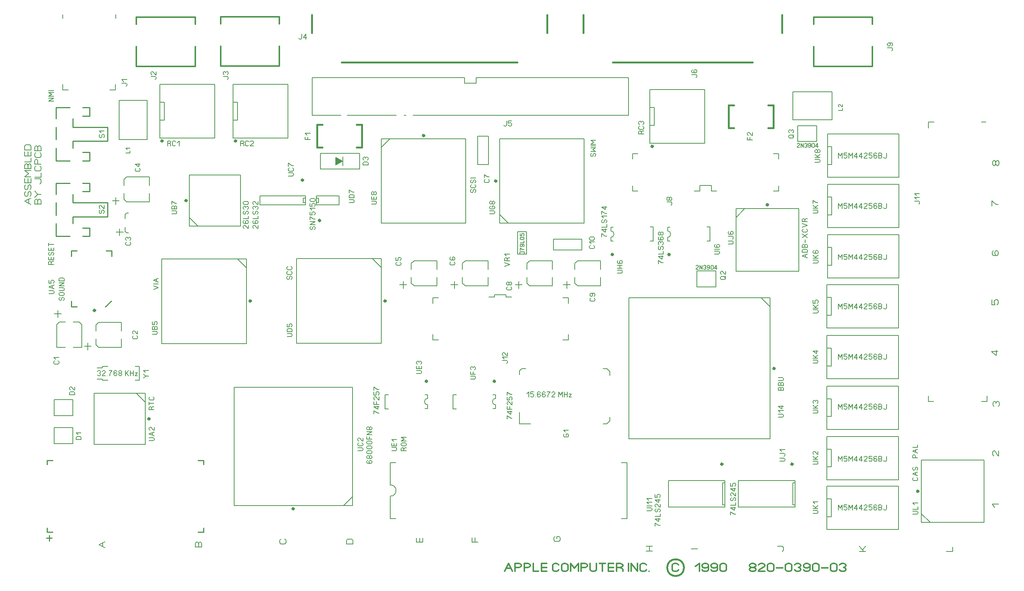
<source format=gbr>
%FSLAX34Y34*%
%MOMM*%
%LNSILK_TOP*%
G71*
G01*
%ADD10C,0.150*%
%ADD11C,0.206*%
%ADD12C,0.159*%
%ADD13C,0.400*%
%ADD14C,0.200*%
%ADD15C,0.300*%
%ADD16C,0.318*%
%ADD17C,0.250*%
%ADD18C,0.178*%
%ADD19C,0.144*%
%ADD20C,0.600*%
%LPD*%
G54D10*
X1376700Y32344D02*
X1376700Y352344D01*
X1696700Y352344D01*
X1696700Y32344D01*
X1376700Y32344D01*
G54D10*
X1676700Y352344D02*
X1696700Y332344D01*
G54D11*
X1715432Y81599D02*
X1724820Y81599D01*
X1726265Y82466D01*
X1726987Y84199D01*
X1726987Y85932D01*
X1726265Y87666D01*
X1724820Y88532D01*
X1715432Y88532D01*
G54D11*
X1719765Y92576D02*
X1715432Y96909D01*
X1726987Y96909D01*
G54D11*
X1726987Y106153D02*
X1715432Y106153D01*
X1722654Y100953D01*
X1724098Y100953D01*
X1724098Y107886D01*
G54D11*
X1726940Y142360D02*
X1715384Y142360D01*
X1715384Y146693D01*
X1716107Y148427D01*
X1717551Y149293D01*
X1718996Y149293D01*
X1720440Y148427D01*
X1721162Y146693D01*
X1721884Y148427D01*
X1723329Y149293D01*
X1724773Y149293D01*
X1726218Y148427D01*
X1726940Y146693D01*
X1726940Y142360D01*
G54D11*
X1721162Y142360D02*
X1721162Y146693D01*
G54D11*
X1726940Y153337D02*
X1715384Y153337D01*
X1715384Y157670D01*
X1716107Y159404D01*
X1717551Y160270D01*
X1718996Y160270D01*
X1720440Y159404D01*
X1721162Y157670D01*
X1721884Y159404D01*
X1723329Y160270D01*
X1724773Y160270D01*
X1726218Y159404D01*
X1726940Y157670D01*
X1726940Y153337D01*
G54D11*
X1721162Y153337D02*
X1721162Y157670D01*
G54D11*
X1715384Y164314D02*
X1724773Y164314D01*
X1726218Y165181D01*
X1726940Y166914D01*
X1726940Y168647D01*
X1726218Y170381D01*
X1724773Y171247D01*
X1715384Y171247D01*
G54D10*
X1275512Y713500D02*
X1083512Y713500D01*
X1083512Y521500D01*
X1275512Y521500D01*
X1275512Y713500D01*
G54D10*
X1083512Y541500D02*
X1103512Y521500D01*
G54D11*
X1061082Y542975D02*
X1070471Y542975D01*
X1071915Y543842D01*
X1072638Y545575D01*
X1072638Y547308D01*
X1071915Y549042D01*
X1070471Y549908D01*
X1061082Y549908D01*
G54D11*
X1066860Y557419D02*
X1066860Y560885D01*
X1070471Y560885D01*
X1071915Y560019D01*
X1072638Y558285D01*
X1072638Y556552D01*
X1071915Y554819D01*
X1070471Y553952D01*
X1063249Y553952D01*
X1061804Y554819D01*
X1061082Y556552D01*
X1061082Y558285D01*
X1061804Y560019D01*
X1063249Y560885D01*
G54D11*
X1066860Y569262D02*
X1066860Y567529D01*
X1066138Y565796D01*
X1064693Y564929D01*
X1063249Y564929D01*
X1061804Y565796D01*
X1061082Y567529D01*
X1061082Y569262D01*
X1061804Y570996D01*
X1063249Y571862D01*
X1064693Y571862D01*
X1066138Y570996D01*
X1066860Y569262D01*
X1067582Y570996D01*
X1069026Y571862D01*
X1070471Y571862D01*
X1071915Y570996D01*
X1072638Y569262D01*
X1072638Y567529D01*
X1071915Y565796D01*
X1070471Y564929D01*
X1069026Y564929D01*
X1067582Y565796D01*
X1066860Y567529D01*
G54D11*
X1299521Y673150D02*
X1300965Y674017D01*
X1301688Y675750D01*
X1301688Y677483D01*
X1300965Y679217D01*
X1299521Y680083D01*
X1298076Y680083D01*
X1296632Y679217D01*
X1295910Y677483D01*
X1295910Y675750D01*
X1295188Y674017D01*
X1293743Y673150D01*
X1292299Y673150D01*
X1290854Y674017D01*
X1290132Y675750D01*
X1290132Y677483D01*
X1290854Y679217D01*
X1292299Y680083D01*
G54D11*
X1290132Y684127D02*
X1301688Y684127D01*
X1294465Y688460D01*
X1301688Y692794D01*
X1290132Y692794D01*
G54D11*
X1301688Y696838D02*
X1290132Y696838D01*
G54D11*
X1301688Y700882D02*
X1290132Y700882D01*
X1297354Y705215D01*
X1290132Y709549D01*
X1301688Y709549D01*
G54D10*
X1007225Y521500D02*
X1007225Y713500D01*
X815225Y713500D01*
X815225Y521500D01*
X1007225Y521500D01*
G54D10*
X835225Y713500D02*
X815225Y693500D01*
G54D11*
X793130Y564745D02*
X802518Y564745D01*
X803963Y565612D01*
X804685Y567345D01*
X804685Y569078D01*
X803963Y570812D01*
X802518Y571678D01*
X793130Y571678D01*
G54D11*
X804685Y581789D02*
X804685Y575722D01*
X793130Y575722D01*
X793130Y581789D01*
G54D11*
X798907Y575722D02*
X798907Y581789D01*
G54D11*
X798907Y590166D02*
X798907Y588433D01*
X798185Y586700D01*
X796741Y585833D01*
X795296Y585833D01*
X793852Y586700D01*
X793130Y588433D01*
X793130Y590166D01*
X793852Y591900D01*
X795296Y592766D01*
X796741Y592766D01*
X798185Y591900D01*
X798907Y590166D01*
X799630Y591900D01*
X801074Y592766D01*
X802518Y592766D01*
X803963Y591900D01*
X804685Y590166D01*
X804685Y588433D01*
X803963Y586700D01*
X802518Y585833D01*
X801074Y585833D01*
X799630Y586700D01*
X798907Y588433D01*
G54D11*
X1027493Y591585D02*
X1028938Y592452D01*
X1029660Y594185D01*
X1029660Y595918D01*
X1028938Y597652D01*
X1027493Y598518D01*
X1026049Y598518D01*
X1024604Y597652D01*
X1023882Y595918D01*
X1023882Y594185D01*
X1023160Y592452D01*
X1021716Y591585D01*
X1020271Y591585D01*
X1018827Y592452D01*
X1018104Y594185D01*
X1018104Y595918D01*
X1018827Y597652D01*
X1020271Y598518D01*
G54D11*
X1027493Y609495D02*
X1028938Y608629D01*
X1029660Y606895D01*
X1029660Y605162D01*
X1028938Y603429D01*
X1027493Y602562D01*
X1020271Y602562D01*
X1018827Y603429D01*
X1018104Y605162D01*
X1018104Y606895D01*
X1018827Y608629D01*
X1020271Y609495D01*
G54D11*
X1027493Y613539D02*
X1028938Y614406D01*
X1029660Y616139D01*
X1029660Y617872D01*
X1028938Y619606D01*
X1027493Y620472D01*
X1026049Y620472D01*
X1024604Y619606D01*
X1023882Y617872D01*
X1023882Y616139D01*
X1023160Y614406D01*
X1021716Y613539D01*
X1020271Y613539D01*
X1018827Y614406D01*
X1018104Y616139D01*
X1018104Y617872D01*
X1018827Y619606D01*
X1020271Y620472D01*
G54D11*
X1029660Y624516D02*
X1018104Y624516D01*
G54D10*
X623138Y249244D02*
X815138Y249244D01*
X815138Y441244D01*
X623138Y441244D01*
X623138Y249244D01*
G54D10*
X815138Y421244D02*
X795138Y441244D01*
G54D11*
X601732Y264194D02*
X611121Y264194D01*
X612565Y265060D01*
X613288Y266794D01*
X613288Y268527D01*
X612565Y270260D01*
X611121Y271127D01*
X601732Y271127D01*
G54D11*
X613288Y275171D02*
X601732Y275171D01*
X601732Y279504D01*
X602454Y281237D01*
X603899Y282104D01*
X611121Y282104D01*
X612565Y281237D01*
X613288Y279504D01*
X613288Y275171D01*
G54D11*
X601732Y293081D02*
X601732Y286148D01*
X606788Y286148D01*
X606788Y287014D01*
X606065Y288748D01*
X606065Y290481D01*
X606788Y292214D01*
X608232Y293081D01*
X611121Y293081D01*
X612565Y292214D01*
X613288Y290481D01*
X613288Y288748D01*
X612565Y287014D01*
X611121Y286148D01*
G54D11*
X610671Y394369D02*
X612115Y395235D01*
X612838Y396969D01*
X612838Y398702D01*
X612115Y400435D01*
X610671Y401302D01*
X609226Y401302D01*
X607782Y400435D01*
X607060Y398702D01*
X607060Y396969D01*
X606338Y395235D01*
X604893Y394369D01*
X603449Y394369D01*
X602004Y395235D01*
X601282Y396969D01*
X601282Y398702D01*
X602004Y400435D01*
X603449Y401302D01*
G54D11*
X610671Y412279D02*
X612115Y411412D01*
X612838Y409679D01*
X612838Y407946D01*
X612115Y406212D01*
X610671Y405346D01*
X603449Y405346D01*
X602004Y406212D01*
X601282Y407946D01*
X601282Y409679D01*
X602004Y411412D01*
X603449Y412279D01*
G54D11*
X610671Y423256D02*
X612115Y422389D01*
X612838Y420656D01*
X612838Y418923D01*
X612115Y417189D01*
X610671Y416323D01*
X603449Y416323D01*
X602004Y417189D01*
X601282Y418923D01*
X601282Y420656D01*
X602004Y422389D01*
X603449Y423256D01*
G54D10*
X317544Y248450D02*
X509544Y248450D01*
X509544Y440450D01*
X317544Y440450D01*
X317544Y248450D01*
G54D10*
X509544Y420450D02*
X489544Y440450D01*
G54D11*
X296138Y269750D02*
X305527Y269750D01*
X306972Y270617D01*
X307694Y272350D01*
X307694Y274083D01*
X306972Y275817D01*
X305527Y276683D01*
X296138Y276683D01*
G54D11*
X307694Y280727D02*
X296138Y280727D01*
X296138Y285060D01*
X296860Y286794D01*
X298305Y287660D01*
X299749Y287660D01*
X301194Y286794D01*
X301916Y285060D01*
X302638Y286794D01*
X304083Y287660D01*
X305527Y287660D01*
X306972Y286794D01*
X307694Y285060D01*
X307694Y280727D01*
G54D11*
X301916Y280727D02*
X301916Y285060D01*
G54D11*
X296138Y298637D02*
X296138Y291704D01*
X301194Y291704D01*
X301194Y292571D01*
X300472Y294304D01*
X300472Y296037D01*
X301194Y297771D01*
X302638Y298637D01*
X305527Y298637D01*
X306972Y297771D01*
X307694Y296037D01*
X307694Y294304D01*
X306972Y292571D01*
X305527Y291704D01*
G54D11*
X298863Y371350D02*
X310419Y375683D01*
X298863Y380017D01*
G54D11*
X310419Y384061D02*
X298863Y384061D01*
G54D11*
X310419Y388105D02*
X298863Y392438D01*
X310419Y396772D01*
G54D11*
X306086Y389838D02*
X306086Y395038D01*
G54D10*
X496150Y630950D02*
X380150Y630950D01*
X380150Y514950D01*
X496150Y514950D01*
X496150Y630950D01*
G54D10*
X380150Y534950D02*
X400150Y514950D01*
G54D11*
X340257Y542775D02*
X349646Y542775D01*
X351090Y543642D01*
X351812Y545375D01*
X351812Y547108D01*
X351090Y548842D01*
X349646Y549708D01*
X340257Y549708D01*
G54D11*
X351812Y553752D02*
X340257Y553752D01*
X340257Y558085D01*
X340979Y559819D01*
X342424Y560685D01*
X343868Y560685D01*
X345312Y559819D01*
X346035Y558085D01*
X346757Y559819D01*
X348201Y560685D01*
X349646Y560685D01*
X351090Y559819D01*
X351812Y558085D01*
X351812Y553752D01*
G54D11*
X346035Y553752D02*
X346035Y558085D01*
G54D11*
X340257Y564729D02*
X340257Y571662D01*
X341701Y570796D01*
X343868Y569062D01*
X346757Y567329D01*
X348924Y566462D01*
X351812Y566462D01*
G54D11*
X514188Y517165D02*
X514188Y510231D01*
X513465Y510231D01*
X512021Y511098D01*
X507688Y516298D01*
X506243Y517165D01*
X504799Y517165D01*
X503354Y516298D01*
X502632Y514565D01*
X502632Y512831D01*
X503354Y511098D01*
X504799Y510231D01*
G54D11*
X504799Y528142D02*
X503354Y527275D01*
X502632Y525542D01*
X502632Y523808D01*
X503354Y522075D01*
X504799Y521208D01*
X508410Y521208D01*
X509132Y521208D01*
X507688Y523808D01*
X507688Y525542D01*
X508410Y527275D01*
X509854Y528142D01*
X512021Y528142D01*
X513465Y527275D01*
X514188Y525542D01*
X514188Y523808D01*
X513465Y522075D01*
X512021Y521208D01*
X508410Y521208D01*
G54D11*
X502632Y532185D02*
X514188Y532185D01*
X514188Y538252D01*
G54D11*
X512021Y542296D02*
X513465Y543163D01*
X514188Y544896D01*
X514188Y546630D01*
X513465Y548363D01*
X512021Y549230D01*
X510576Y549230D01*
X509132Y548363D01*
X508410Y546630D01*
X508410Y544896D01*
X507688Y543163D01*
X506243Y542296D01*
X504799Y542296D01*
X503354Y543163D01*
X502632Y544896D01*
X502632Y546630D01*
X503354Y548363D01*
X504799Y549230D01*
G54D11*
X504799Y553273D02*
X503354Y554140D01*
X502632Y555873D01*
X502632Y557607D01*
X503354Y559340D01*
X504799Y560207D01*
X506243Y560207D01*
X507688Y559340D01*
X508410Y557607D01*
X509132Y559340D01*
X510576Y560207D01*
X512021Y560207D01*
X513465Y559340D01*
X514188Y557607D01*
X514188Y555873D01*
X513465Y554140D01*
X512021Y553273D01*
G54D11*
X504799Y571184D02*
X512021Y571184D01*
X513465Y570317D01*
X514188Y568584D01*
X514188Y566850D01*
X513465Y565117D01*
X512021Y564250D01*
X504799Y564250D01*
X503354Y565117D01*
X502632Y566850D01*
X502632Y568584D01*
X503354Y570317D01*
X504799Y571184D01*
G54D10*
X481950Y149144D02*
X481950Y-118856D01*
X749950Y-118856D01*
X749950Y149144D01*
X481950Y149144D01*
G54D10*
X729950Y-118856D02*
X749950Y-98856D01*
G54D11*
X762225Y5157D02*
X771614Y5157D01*
X773058Y6024D01*
X773780Y7757D01*
X773780Y9490D01*
X773058Y11224D01*
X771614Y12090D01*
X762225Y12090D01*
G54D11*
X771614Y23067D02*
X773058Y22200D01*
X773780Y20467D01*
X773780Y18734D01*
X773058Y17000D01*
X771614Y16134D01*
X764392Y16134D01*
X762947Y17000D01*
X762225Y18734D01*
X762225Y20467D01*
X762947Y22200D01*
X764392Y23067D01*
G54D11*
X773780Y34044D02*
X773780Y27111D01*
X773058Y27111D01*
X771614Y27978D01*
X767280Y33178D01*
X765836Y34044D01*
X764392Y34044D01*
X762947Y33178D01*
X762225Y31444D01*
X762225Y29711D01*
X762947Y27978D01*
X764392Y27111D01*
G54D11*
X784686Y-16529D02*
X783241Y-17396D01*
X782519Y-19129D01*
X782519Y-20862D01*
X783241Y-22596D01*
X784686Y-23462D01*
X788297Y-23462D01*
X789019Y-23462D01*
X787574Y-20862D01*
X787574Y-19129D01*
X788297Y-17396D01*
X789741Y-16529D01*
X791908Y-16529D01*
X793352Y-17396D01*
X794074Y-19129D01*
X794074Y-20862D01*
X793352Y-22596D01*
X791908Y-23462D01*
X788297Y-23462D01*
G54D11*
X788297Y-8152D02*
X788297Y-9885D01*
X787574Y-11618D01*
X786130Y-12485D01*
X784686Y-12485D01*
X783241Y-11618D01*
X782519Y-9885D01*
X782519Y-8152D01*
X783241Y-6418D01*
X784686Y-5552D01*
X786130Y-5552D01*
X787574Y-6418D01*
X788297Y-8152D01*
X789019Y-6418D01*
X790463Y-5552D01*
X791908Y-5552D01*
X793352Y-6418D01*
X794074Y-8152D01*
X794074Y-9885D01*
X793352Y-11618D01*
X791908Y-12485D01*
X790463Y-12485D01*
X789019Y-11618D01*
X788297Y-9885D01*
G54D11*
X784686Y5425D02*
X791908Y5425D01*
X793352Y4558D01*
X794074Y2825D01*
X794074Y1092D01*
X793352Y-642D01*
X791908Y-1508D01*
X784686Y-1508D01*
X783241Y-642D01*
X782519Y1092D01*
X782519Y2825D01*
X783241Y4558D01*
X784686Y5425D01*
G54D11*
X784686Y16402D02*
X791908Y16402D01*
X793352Y15536D01*
X794074Y13802D01*
X794074Y12069D01*
X793352Y10336D01*
X791908Y9469D01*
X784686Y9469D01*
X783241Y10336D01*
X782519Y12069D01*
X782519Y13802D01*
X783241Y15536D01*
X784686Y16402D01*
G54D11*
X784686Y27379D02*
X791908Y27379D01*
X793352Y26512D01*
X794074Y24779D01*
X794074Y23046D01*
X793352Y21312D01*
X791908Y20446D01*
X784686Y20446D01*
X783241Y21312D01*
X782519Y23046D01*
X782519Y24779D01*
X783241Y26512D01*
X784686Y27379D01*
G54D11*
X794074Y31423D02*
X782519Y31423D01*
X782519Y37490D01*
G54D11*
X788297Y31423D02*
X788297Y37490D01*
G54D11*
X794074Y41534D02*
X782519Y41534D01*
X794074Y48467D01*
X782519Y48467D01*
G54D11*
X788297Y56844D02*
X788297Y55111D01*
X787574Y53378D01*
X786130Y52511D01*
X784686Y52511D01*
X783241Y53378D01*
X782519Y55111D01*
X782519Y56844D01*
X783241Y58578D01*
X784686Y59444D01*
X786130Y59444D01*
X787574Y58578D01*
X788297Y56844D01*
X789019Y58578D01*
X790463Y59444D01*
X791908Y59444D01*
X793352Y58578D01*
X794074Y56844D01*
X794074Y55111D01*
X793352Y53378D01*
X791908Y52511D01*
X790463Y52511D01*
X789019Y53378D01*
X788297Y55111D01*
G54D10*
X164250Y19650D02*
X280250Y19650D01*
X280250Y135650D01*
X164250Y135650D01*
X164250Y19650D01*
G54D10*
X280250Y115650D02*
X260250Y135650D01*
G54D11*
X289094Y28450D02*
X298483Y28450D01*
X299928Y29317D01*
X300650Y31050D01*
X300650Y32783D01*
X299928Y34517D01*
X298483Y35383D01*
X289094Y35383D01*
G54D11*
X300650Y39427D02*
X289094Y43760D01*
X300650Y48094D01*
G54D11*
X296317Y41160D02*
X296317Y46360D01*
G54D11*
X300650Y59071D02*
X300650Y52138D01*
X299928Y52138D01*
X298483Y53005D01*
X294150Y58205D01*
X292706Y59071D01*
X291261Y59071D01*
X289817Y58205D01*
X289094Y56471D01*
X289094Y54738D01*
X289817Y53005D01*
X291261Y52138D01*
G54D11*
X294422Y101767D02*
X295867Y104367D01*
X297311Y105233D01*
X300200Y105233D01*
G54D11*
X300200Y98300D02*
X288644Y98300D01*
X288644Y102633D01*
X289367Y104367D01*
X290811Y105233D01*
X292256Y105233D01*
X293700Y104367D01*
X294422Y102633D01*
X294422Y98300D01*
G54D11*
X300200Y112744D02*
X288644Y112744D01*
G54D11*
X288644Y109277D02*
X288644Y116210D01*
G54D11*
X298033Y127187D02*
X299478Y126321D01*
X300200Y124587D01*
X300200Y122854D01*
X299478Y121121D01*
X298033Y120254D01*
X290811Y120254D01*
X289367Y121121D01*
X288644Y122854D01*
X288644Y124587D01*
X289367Y126321D01*
X290811Y127187D01*
G54D10*
X1761688Y412750D02*
X1761688Y554750D01*
X1619688Y554750D01*
X1619688Y412750D01*
X1761688Y412750D01*
G54D10*
X1639688Y554750D02*
X1619688Y534750D01*
G54D11*
X1601808Y474573D02*
X1611197Y474573D01*
X1612642Y475439D01*
X1613364Y477173D01*
X1613364Y478906D01*
X1612642Y480639D01*
X1611197Y481506D01*
X1601808Y481506D01*
G54D11*
X1601808Y492483D02*
X1611197Y492483D01*
X1612642Y491616D01*
X1613364Y489883D01*
X1613364Y488150D01*
X1612642Y486416D01*
X1611197Y485550D01*
G54D11*
X1603975Y503460D02*
X1602530Y502593D01*
X1601808Y500860D01*
X1601808Y499127D01*
X1602530Y497393D01*
X1603975Y496527D01*
X1607586Y496527D01*
X1608308Y496527D01*
X1606864Y499127D01*
X1606864Y500860D01*
X1607586Y502593D01*
X1609030Y503460D01*
X1611197Y503460D01*
X1612642Y502593D01*
X1613364Y500860D01*
X1613364Y499127D01*
X1612642Y497393D01*
X1611197Y496527D01*
X1607586Y496527D01*
G54D11*
X1781241Y443022D02*
X1769686Y447356D01*
X1781241Y451689D01*
G54D11*
X1776908Y444756D02*
X1776908Y449956D01*
G54D11*
X1781241Y455733D02*
X1769686Y455733D01*
X1769686Y460066D01*
X1770408Y461800D01*
X1771852Y462666D01*
X1779074Y462666D01*
X1780519Y461800D01*
X1781241Y460066D01*
X1781241Y455733D01*
G54D11*
X1781241Y466710D02*
X1769686Y466710D01*
X1769686Y471044D01*
X1770408Y472777D01*
X1771852Y473644D01*
X1773296Y473644D01*
X1774741Y472777D01*
X1775463Y471044D01*
X1776186Y472777D01*
X1777630Y473644D01*
X1779074Y473644D01*
X1780519Y472777D01*
X1781241Y471044D01*
X1781241Y466710D01*
G54D11*
X1775463Y466710D02*
X1775463Y471044D01*
G54D11*
X1776186Y477687D02*
X1776186Y484620D01*
G54D11*
X1769686Y488664D02*
X1781241Y497331D01*
G54D11*
X1781241Y488664D02*
X1769686Y497331D01*
G54D11*
X1779074Y508308D02*
X1780519Y507442D01*
X1781241Y505708D01*
X1781241Y503975D01*
X1780519Y502242D01*
X1779074Y501375D01*
X1771852Y501375D01*
X1770408Y502242D01*
X1769686Y503975D01*
X1769686Y505708D01*
X1770408Y507442D01*
X1771852Y508308D01*
G54D11*
X1769686Y512352D02*
X1781241Y516686D01*
X1769686Y521019D01*
G54D11*
X1775463Y528530D02*
X1776908Y531130D01*
X1778352Y531996D01*
X1781241Y531996D01*
G54D11*
X1781241Y525063D02*
X1769686Y525063D01*
X1769686Y529396D01*
X1770408Y531130D01*
X1771852Y531996D01*
X1773296Y531996D01*
X1774741Y531130D01*
X1775463Y529396D01*
X1775463Y525063D01*
G54D10*
X1124709Y451540D02*
X1144709Y451540D01*
X1144709Y502640D01*
X1124709Y502640D01*
X1124709Y451540D01*
G54D10*
X1129709Y451540D02*
X1139709Y451540D01*
X1139709Y456540D01*
X1129709Y456540D01*
X1129709Y451540D01*
G54D11*
X1095185Y423372D02*
X1106740Y427705D01*
X1095185Y432038D01*
G54D11*
X1100963Y439549D02*
X1102407Y442149D01*
X1103852Y443016D01*
X1106740Y443016D01*
G54D11*
X1106740Y436083D02*
X1095185Y436083D01*
X1095185Y440416D01*
X1095907Y442149D01*
X1097352Y443016D01*
X1098796Y443016D01*
X1100240Y442149D01*
X1100963Y440416D01*
X1100963Y436083D01*
G54D11*
X1099518Y447060D02*
X1095185Y451393D01*
X1106740Y451393D01*
G54D12*
X1130306Y460110D02*
X1130306Y465443D01*
X1131417Y464776D01*
X1133083Y463443D01*
X1135306Y462110D01*
X1136972Y461443D01*
X1139194Y461443D01*
G54D12*
X1137528Y468554D02*
X1138639Y469220D01*
X1139194Y470554D01*
X1139194Y471887D01*
X1138639Y473220D01*
X1137528Y473887D01*
X1134750Y473887D01*
X1134194Y473887D01*
X1135306Y471887D01*
X1135306Y470554D01*
X1134750Y469220D01*
X1133639Y468554D01*
X1131972Y468554D01*
X1130861Y469220D01*
X1130306Y470554D01*
X1130306Y471887D01*
X1130861Y473220D01*
X1131972Y473887D01*
X1134750Y473887D01*
G54D12*
X1130306Y476998D02*
X1139194Y476998D01*
X1139194Y481664D01*
G54D12*
X1131972Y490109D02*
X1137528Y490109D01*
X1138639Y489442D01*
X1139194Y488109D01*
X1139194Y486776D01*
X1138639Y485442D01*
X1137528Y484776D01*
X1131972Y484776D01*
X1130861Y485442D01*
X1130306Y486776D01*
X1130306Y488109D01*
X1130861Y489442D01*
X1131972Y490109D01*
G54D12*
X1130306Y498553D02*
X1130306Y493220D01*
X1134194Y493220D01*
X1134194Y493886D01*
X1133639Y495220D01*
X1133639Y496553D01*
X1134194Y497886D01*
X1135306Y498553D01*
X1137528Y498553D01*
X1138639Y497886D01*
X1139194Y496553D01*
X1139194Y495220D01*
X1138639Y493886D01*
X1137528Y493220D01*
G54D10*
X668481Y583488D02*
X668481Y563488D01*
X719581Y563488D01*
X719581Y583488D01*
X668481Y583488D01*
G54D10*
X668481Y578488D02*
X668481Y568488D01*
X673481Y568488D01*
X673481Y578488D01*
X668481Y578488D01*
G54D11*
X742538Y568409D02*
X751927Y568409D01*
X753372Y569276D01*
X754094Y571009D01*
X754094Y572742D01*
X753372Y574476D01*
X751927Y575342D01*
X742538Y575342D01*
G54D11*
X754094Y579386D02*
X742538Y579386D01*
X742538Y583719D01*
X743260Y585453D01*
X744705Y586319D01*
X751927Y586319D01*
X753372Y585453D01*
X754094Y583719D01*
X754094Y579386D01*
G54D11*
X742538Y590363D02*
X742538Y597296D01*
X743983Y596430D01*
X746149Y594696D01*
X749038Y592963D01*
X751205Y592096D01*
X754094Y592096D01*
G54D11*
X663371Y507420D02*
X664815Y508287D01*
X665537Y510020D01*
X665537Y511754D01*
X664815Y513487D01*
X663371Y514354D01*
X661926Y514354D01*
X660482Y513487D01*
X659760Y511754D01*
X659760Y510020D01*
X659037Y508287D01*
X657593Y507420D01*
X656148Y507420D01*
X654704Y508287D01*
X653982Y510020D01*
X653982Y511754D01*
X654704Y513487D01*
X656148Y514354D01*
G54D11*
X665537Y518397D02*
X653982Y518397D01*
X665537Y525331D01*
X653982Y525331D01*
G54D11*
X653982Y529374D02*
X653982Y536308D01*
X655426Y535441D01*
X657593Y533708D01*
X660482Y531974D01*
X662648Y531108D01*
X665537Y531108D01*
G54D11*
X653982Y547285D02*
X653982Y540351D01*
X659037Y540351D01*
X659037Y541218D01*
X658315Y542951D01*
X658315Y544685D01*
X659037Y546418D01*
X660482Y547285D01*
X663371Y547285D01*
X664815Y546418D01*
X665537Y544685D01*
X665537Y542951D01*
X664815Y541218D01*
X663371Y540351D01*
G54D11*
X658315Y551328D02*
X653982Y555662D01*
X665537Y555662D01*
G54D11*
X653982Y566639D02*
X653982Y559705D01*
X659037Y559705D01*
X659037Y560572D01*
X658315Y562305D01*
X658315Y564039D01*
X659037Y565772D01*
X660482Y566639D01*
X663371Y566639D01*
X664815Y565772D01*
X665537Y564039D01*
X665537Y562305D01*
X664815Y560572D01*
X663371Y559705D01*
G54D11*
X656148Y577616D02*
X663371Y577616D01*
X664815Y576749D01*
X665537Y575016D01*
X665537Y573282D01*
X664815Y571549D01*
X663371Y570682D01*
X656148Y570682D01*
X654704Y571549D01*
X653982Y573282D01*
X653982Y575016D01*
X654704Y576749D01*
X656148Y577616D01*
G54D10*
X1594500Y-122038D02*
X1594500Y-62038D01*
X1466200Y-62038D01*
X1466200Y-122038D01*
X1594500Y-122038D01*
G54D10*
X1594500Y-117038D02*
X1594500Y-67038D01*
X1589500Y-67038D01*
X1589500Y-117038D01*
X1594500Y-117038D01*
G54D10*
X1825388Y-75106D02*
X1825388Y-173106D01*
X1987788Y-173106D01*
X1987788Y-75106D01*
X1825388Y-75106D01*
G54D10*
X1825388Y-104106D02*
X1825388Y-144106D01*
X1835388Y-144106D01*
X1835388Y-104106D01*
X1825388Y-104106D01*
G54D11*
X1794054Y-137086D02*
X1803444Y-137086D01*
X1804888Y-136220D01*
X1805610Y-134486D01*
X1805610Y-132753D01*
X1804888Y-131020D01*
X1803444Y-130153D01*
X1794054Y-130153D01*
G54D11*
X1805610Y-126109D02*
X1794054Y-126109D01*
G54D11*
X1801999Y-126109D02*
X1794054Y-119176D01*
G54D11*
X1799832Y-123509D02*
X1805610Y-119176D01*
G54D11*
X1798388Y-115132D02*
X1794054Y-110799D01*
X1805610Y-110799D01*
G54D11*
X1851626Y-128975D02*
X1851626Y-117419D01*
X1855959Y-124641D01*
X1860292Y-117419D01*
X1860292Y-128975D01*
G54D11*
X1871270Y-117419D02*
X1864336Y-117419D01*
X1864336Y-122475D01*
X1865203Y-122475D01*
X1866936Y-121752D01*
X1868670Y-121752D01*
X1870403Y-122475D01*
X1871270Y-123919D01*
X1871270Y-126808D01*
X1870403Y-128252D01*
X1868670Y-128975D01*
X1866936Y-128975D01*
X1865203Y-128252D01*
X1864336Y-126808D01*
G54D11*
X1875314Y-128975D02*
X1875314Y-117419D01*
X1879647Y-124641D01*
X1883980Y-117419D01*
X1883980Y-128975D01*
G54D11*
X1893224Y-128975D02*
X1893224Y-117419D01*
X1888024Y-124641D01*
X1888024Y-126086D01*
X1894958Y-126086D01*
G54D11*
X1904202Y-128975D02*
X1904202Y-117419D01*
X1899002Y-124641D01*
X1899002Y-126086D01*
X1905935Y-126086D01*
G54D11*
X1916912Y-128975D02*
X1909978Y-128975D01*
X1909978Y-128252D01*
X1910845Y-126808D01*
X1916045Y-122475D01*
X1916912Y-121030D01*
X1916912Y-119586D01*
X1916045Y-118141D01*
X1914312Y-117419D01*
X1912578Y-117419D01*
X1910845Y-118141D01*
X1909978Y-119586D01*
G54D11*
X1927889Y-117419D02*
X1920956Y-117419D01*
X1920956Y-122475D01*
X1921822Y-122475D01*
X1923556Y-121752D01*
X1925289Y-121752D01*
X1927022Y-122475D01*
X1927889Y-123919D01*
X1927889Y-126808D01*
X1927022Y-128252D01*
X1925289Y-128975D01*
X1923556Y-128975D01*
X1921822Y-128252D01*
X1920956Y-126808D01*
G54D11*
X1938866Y-119586D02*
X1937999Y-118141D01*
X1936266Y-117419D01*
X1934532Y-117419D01*
X1932799Y-118141D01*
X1931932Y-119586D01*
X1931932Y-123197D01*
X1931932Y-123919D01*
X1934532Y-122475D01*
X1936266Y-122475D01*
X1937999Y-123197D01*
X1938866Y-124641D01*
X1938866Y-126808D01*
X1937999Y-128252D01*
X1936266Y-128975D01*
X1934532Y-128975D01*
X1932799Y-128252D01*
X1931932Y-126808D01*
X1931932Y-123197D01*
G54D11*
X1942910Y-128975D02*
X1942910Y-117419D01*
X1947243Y-117419D01*
X1948976Y-118141D01*
X1949843Y-119586D01*
X1949843Y-121030D01*
X1948976Y-122475D01*
X1947243Y-123197D01*
X1948976Y-123919D01*
X1949843Y-125364D01*
X1949843Y-126808D01*
X1948976Y-128252D01*
X1947243Y-128975D01*
X1942910Y-128975D01*
G54D11*
X1942910Y-123197D02*
X1947243Y-123197D01*
G54D11*
X1960820Y-117419D02*
X1960820Y-126808D01*
X1959953Y-128252D01*
X1958220Y-128975D01*
X1956486Y-128975D01*
X1954753Y-128252D01*
X1953886Y-126808D01*
G54D10*
X1825388Y37606D02*
X1825388Y-60394D01*
X1987788Y-60394D01*
X1987788Y37606D01*
X1825388Y37606D01*
G54D10*
X1825388Y8606D02*
X1825388Y-31394D01*
X1835388Y-31394D01*
X1835388Y8606D01*
X1825388Y8606D01*
G54D11*
X1794054Y-25168D02*
X1803444Y-25168D01*
X1804888Y-24301D01*
X1805610Y-22568D01*
X1805610Y-20834D01*
X1804888Y-19101D01*
X1803444Y-18234D01*
X1794054Y-18234D01*
G54D11*
X1805610Y-14191D02*
X1794054Y-14191D01*
G54D11*
X1801999Y-14191D02*
X1794054Y-7258D01*
G54D11*
X1799832Y-11591D02*
X1805610Y-7258D01*
G54D11*
X1805610Y3720D02*
X1805610Y-3214D01*
X1804888Y-3214D01*
X1803444Y-2347D01*
X1799110Y2853D01*
X1797666Y3720D01*
X1796221Y3720D01*
X1794777Y2853D01*
X1794054Y1120D01*
X1794054Y-614D01*
X1794777Y-2347D01*
X1796221Y-3214D01*
G54D11*
X1851626Y-18644D02*
X1851626Y-7088D01*
X1855959Y-14311D01*
X1860292Y-7088D01*
X1860292Y-18644D01*
G54D11*
X1871270Y-7088D02*
X1864336Y-7088D01*
X1864336Y-12144D01*
X1865203Y-12144D01*
X1866936Y-11422D01*
X1868670Y-11422D01*
X1870403Y-12144D01*
X1871270Y-13588D01*
X1871270Y-16477D01*
X1870403Y-17922D01*
X1868670Y-18644D01*
X1866936Y-18644D01*
X1865203Y-17922D01*
X1864336Y-16477D01*
G54D11*
X1875314Y-18644D02*
X1875314Y-7088D01*
X1879647Y-14311D01*
X1883980Y-7088D01*
X1883980Y-18644D01*
G54D11*
X1893224Y-18644D02*
X1893224Y-7088D01*
X1888024Y-14311D01*
X1888024Y-15755D01*
X1894958Y-15755D01*
G54D11*
X1904202Y-18644D02*
X1904202Y-7088D01*
X1899002Y-14311D01*
X1899002Y-15755D01*
X1905935Y-15755D01*
G54D11*
X1916912Y-18644D02*
X1909978Y-18644D01*
X1909978Y-17922D01*
X1910845Y-16477D01*
X1916045Y-12144D01*
X1916912Y-10700D01*
X1916912Y-9255D01*
X1916045Y-7811D01*
X1914312Y-7088D01*
X1912578Y-7088D01*
X1910845Y-7811D01*
X1909978Y-9255D01*
G54D11*
X1927889Y-7088D02*
X1920956Y-7088D01*
X1920956Y-12144D01*
X1921822Y-12144D01*
X1923556Y-11422D01*
X1925289Y-11422D01*
X1927022Y-12144D01*
X1927889Y-13588D01*
X1927889Y-16477D01*
X1927022Y-17922D01*
X1925289Y-18644D01*
X1923556Y-18644D01*
X1921822Y-17922D01*
X1920956Y-16477D01*
G54D11*
X1938866Y-9255D02*
X1937999Y-7811D01*
X1936266Y-7088D01*
X1934532Y-7088D01*
X1932799Y-7811D01*
X1931932Y-9255D01*
X1931932Y-12866D01*
X1931932Y-13588D01*
X1934532Y-12144D01*
X1936266Y-12144D01*
X1937999Y-12866D01*
X1938866Y-14311D01*
X1938866Y-16477D01*
X1937999Y-17922D01*
X1936266Y-18644D01*
X1934532Y-18644D01*
X1932799Y-17922D01*
X1931932Y-16477D01*
X1931932Y-12866D01*
G54D11*
X1942910Y-18644D02*
X1942910Y-7088D01*
X1947243Y-7088D01*
X1948976Y-7811D01*
X1949843Y-9255D01*
X1949843Y-10700D01*
X1948976Y-12144D01*
X1947243Y-12866D01*
X1948976Y-13588D01*
X1949843Y-15033D01*
X1949843Y-16477D01*
X1948976Y-17922D01*
X1947243Y-18644D01*
X1942910Y-18644D01*
G54D11*
X1942910Y-12866D02*
X1947243Y-12866D01*
G54D11*
X1960820Y-7088D02*
X1960820Y-16477D01*
X1959953Y-17922D01*
X1958220Y-18644D01*
X1956486Y-18644D01*
X1954753Y-17922D01*
X1953886Y-16477D01*
G54D10*
X1825388Y151906D02*
X1825388Y53906D01*
X1987788Y53906D01*
X1987788Y151906D01*
X1825388Y151906D01*
G54D10*
X1825388Y122906D02*
X1825388Y82906D01*
X1835388Y82906D01*
X1835388Y122906D01*
X1825388Y122906D01*
G54D11*
X1794014Y90779D02*
X1803403Y90779D01*
X1804848Y91645D01*
X1805570Y93379D01*
X1805570Y95112D01*
X1804848Y96845D01*
X1803403Y97712D01*
X1794014Y97712D01*
G54D11*
X1805570Y101756D02*
X1794014Y101756D01*
G54D11*
X1801959Y101756D02*
X1794014Y108689D01*
G54D11*
X1799792Y104356D02*
X1805570Y108689D01*
G54D11*
X1796181Y112733D02*
X1794737Y113599D01*
X1794014Y115333D01*
X1794014Y117066D01*
X1794737Y118799D01*
X1796181Y119666D01*
X1797626Y119666D01*
X1799070Y118799D01*
X1799792Y117066D01*
X1800514Y118799D01*
X1801959Y119666D01*
X1803403Y119666D01*
X1804848Y118799D01*
X1805570Y117066D01*
X1805570Y115333D01*
X1804848Y113599D01*
X1803403Y112733D01*
G54D11*
X1851626Y99625D02*
X1851626Y111180D01*
X1855959Y103958D01*
X1860292Y111180D01*
X1860292Y99625D01*
G54D11*
X1871270Y111180D02*
X1864336Y111180D01*
X1864336Y106125D01*
X1865203Y106125D01*
X1866936Y106847D01*
X1868670Y106847D01*
X1870403Y106125D01*
X1871270Y104680D01*
X1871270Y101792D01*
X1870403Y100347D01*
X1868670Y99625D01*
X1866936Y99625D01*
X1865203Y100347D01*
X1864336Y101792D01*
G54D11*
X1875314Y99625D02*
X1875314Y111180D01*
X1879647Y103958D01*
X1883980Y111180D01*
X1883980Y99625D01*
G54D11*
X1893224Y99625D02*
X1893224Y111180D01*
X1888024Y103958D01*
X1888024Y102514D01*
X1894958Y102514D01*
G54D11*
X1904202Y99625D02*
X1904202Y111180D01*
X1899002Y103958D01*
X1899002Y102514D01*
X1905935Y102514D01*
G54D11*
X1916912Y99625D02*
X1909978Y99625D01*
X1909978Y100347D01*
X1910845Y101792D01*
X1916045Y106125D01*
X1916912Y107569D01*
X1916912Y109014D01*
X1916045Y110458D01*
X1914312Y111180D01*
X1912578Y111180D01*
X1910845Y110458D01*
X1909978Y109014D01*
G54D11*
X1927889Y111180D02*
X1920956Y111180D01*
X1920956Y106125D01*
X1921822Y106125D01*
X1923556Y106847D01*
X1925289Y106847D01*
X1927022Y106125D01*
X1927889Y104680D01*
X1927889Y101792D01*
X1927022Y100347D01*
X1925289Y99625D01*
X1923556Y99625D01*
X1921822Y100347D01*
X1920956Y101792D01*
G54D11*
X1938866Y109014D02*
X1937999Y110458D01*
X1936266Y111180D01*
X1934532Y111180D01*
X1932799Y110458D01*
X1931932Y109014D01*
X1931932Y105402D01*
X1931932Y104680D01*
X1934532Y106125D01*
X1936266Y106125D01*
X1937999Y105402D01*
X1938866Y103958D01*
X1938866Y101792D01*
X1937999Y100347D01*
X1936266Y99625D01*
X1934532Y99625D01*
X1932799Y100347D01*
X1931932Y101792D01*
X1931932Y105402D01*
G54D11*
X1942910Y99625D02*
X1942910Y111180D01*
X1947243Y111180D01*
X1948976Y110458D01*
X1949843Y109014D01*
X1949843Y107569D01*
X1948976Y106125D01*
X1947243Y105402D01*
X1948976Y104680D01*
X1949843Y103236D01*
X1949843Y101792D01*
X1948976Y100347D01*
X1947243Y99625D01*
X1942910Y99625D01*
G54D11*
X1942910Y105402D02*
X1947243Y105402D01*
G54D11*
X1960820Y111180D02*
X1960820Y101792D01*
X1959953Y100347D01*
X1958220Y99625D01*
X1956486Y99625D01*
X1954753Y100347D01*
X1953886Y101792D01*
G54D10*
X1825388Y267000D02*
X1825388Y169000D01*
X1987788Y169000D01*
X1987788Y267000D01*
X1825388Y267000D01*
G54D10*
X1825388Y238000D02*
X1825388Y198000D01*
X1835388Y198000D01*
X1835388Y238000D01*
X1825388Y238000D01*
G54D11*
X1793936Y204352D02*
X1803326Y204352D01*
X1804770Y205218D01*
X1805492Y206952D01*
X1805492Y208685D01*
X1804770Y210418D01*
X1803326Y211285D01*
X1793936Y211285D01*
G54D11*
X1805492Y215329D02*
X1793936Y215329D01*
G54D11*
X1801881Y215329D02*
X1793936Y222262D01*
G54D11*
X1799714Y217929D02*
X1805492Y222262D01*
G54D11*
X1805492Y231506D02*
X1793936Y231506D01*
X1801159Y226306D01*
X1802603Y226306D01*
X1802603Y233239D01*
G54D11*
X1851626Y213131D02*
X1851626Y224687D01*
X1855959Y217464D01*
X1860292Y224687D01*
X1860292Y213131D01*
G54D11*
X1871270Y224687D02*
X1864336Y224687D01*
X1864336Y219631D01*
X1865203Y219631D01*
X1866936Y220354D01*
X1868670Y220354D01*
X1870403Y219631D01*
X1871270Y218187D01*
X1871270Y215298D01*
X1870403Y213854D01*
X1868670Y213131D01*
X1866936Y213131D01*
X1865203Y213854D01*
X1864336Y215298D01*
G54D11*
X1875314Y213131D02*
X1875314Y224687D01*
X1879647Y217464D01*
X1883980Y224687D01*
X1883980Y213131D01*
G54D11*
X1893224Y213131D02*
X1893224Y224687D01*
X1888024Y217464D01*
X1888024Y216020D01*
X1894958Y216020D01*
G54D11*
X1904202Y213131D02*
X1904202Y224687D01*
X1899002Y217464D01*
X1899002Y216020D01*
X1905935Y216020D01*
G54D11*
X1916912Y213131D02*
X1909978Y213131D01*
X1909978Y213854D01*
X1910845Y215298D01*
X1916045Y219631D01*
X1916912Y221076D01*
X1916912Y222520D01*
X1916045Y223964D01*
X1914312Y224687D01*
X1912578Y224687D01*
X1910845Y223964D01*
X1909978Y222520D01*
G54D11*
X1927889Y224687D02*
X1920956Y224687D01*
X1920956Y219631D01*
X1921822Y219631D01*
X1923556Y220354D01*
X1925289Y220354D01*
X1927022Y219631D01*
X1927889Y218187D01*
X1927889Y215298D01*
X1927022Y213854D01*
X1925289Y213131D01*
X1923556Y213131D01*
X1921822Y213854D01*
X1920956Y215298D01*
G54D11*
X1938866Y222520D02*
X1937999Y223964D01*
X1936266Y224687D01*
X1934532Y224687D01*
X1932799Y223964D01*
X1931932Y222520D01*
X1931932Y218909D01*
X1931932Y218187D01*
X1934532Y219631D01*
X1936266Y219631D01*
X1937999Y218909D01*
X1938866Y217464D01*
X1938866Y215298D01*
X1937999Y213854D01*
X1936266Y213131D01*
X1934532Y213131D01*
X1932799Y213854D01*
X1931932Y215298D01*
X1931932Y218909D01*
G54D11*
X1942910Y213131D02*
X1942910Y224687D01*
X1947243Y224687D01*
X1948976Y223964D01*
X1949843Y222520D01*
X1949843Y221076D01*
X1948976Y219631D01*
X1947243Y218909D01*
X1948976Y218187D01*
X1949843Y216742D01*
X1949843Y215298D01*
X1948976Y213854D01*
X1947243Y213131D01*
X1942910Y213131D01*
G54D11*
X1942910Y218909D02*
X1947243Y218909D01*
G54D11*
X1960820Y224687D02*
X1960820Y215298D01*
X1959953Y213854D01*
X1958220Y213131D01*
X1956486Y213131D01*
X1954753Y213854D01*
X1953886Y215298D01*
G54D10*
X1825388Y382094D02*
X1825388Y284094D01*
X1987788Y284094D01*
X1987788Y382094D01*
X1825388Y382094D01*
G54D10*
X1825388Y353094D02*
X1825388Y313094D01*
X1835388Y313094D01*
X1835388Y353094D01*
X1825388Y353094D01*
G54D11*
X1794178Y318188D02*
X1803567Y318188D01*
X1805012Y319054D01*
X1805734Y320788D01*
X1805734Y322521D01*
X1805012Y324254D01*
X1803567Y325121D01*
X1794178Y325121D01*
G54D11*
X1805734Y329165D02*
X1794178Y329165D01*
G54D11*
X1802123Y329165D02*
X1794178Y336098D01*
G54D11*
X1799956Y331765D02*
X1805734Y336098D01*
G54D11*
X1794178Y347075D02*
X1794178Y340142D01*
X1799234Y340142D01*
X1799234Y341008D01*
X1798512Y342742D01*
X1798512Y344475D01*
X1799234Y346208D01*
X1800678Y347075D01*
X1803567Y347075D01*
X1805012Y346208D01*
X1805734Y344475D01*
X1805734Y342742D01*
X1805012Y341008D01*
X1803567Y340142D01*
G54D11*
X1851626Y327432D02*
X1851626Y338987D01*
X1855959Y331765D01*
X1860292Y338987D01*
X1860292Y327432D01*
G54D11*
X1871270Y338987D02*
X1864336Y338987D01*
X1864336Y333932D01*
X1865203Y333932D01*
X1866936Y334654D01*
X1868670Y334654D01*
X1870403Y333932D01*
X1871270Y332487D01*
X1871270Y329598D01*
X1870403Y328154D01*
X1868670Y327432D01*
X1866936Y327432D01*
X1865203Y328154D01*
X1864336Y329598D01*
G54D11*
X1875314Y327432D02*
X1875314Y338987D01*
X1879647Y331765D01*
X1883980Y338987D01*
X1883980Y327432D01*
G54D11*
X1893224Y327432D02*
X1893224Y338987D01*
X1888024Y331765D01*
X1888024Y330320D01*
X1894958Y330320D01*
G54D11*
X1904202Y327432D02*
X1904202Y338987D01*
X1899002Y331765D01*
X1899002Y330320D01*
X1905935Y330320D01*
G54D11*
X1916912Y327432D02*
X1909978Y327432D01*
X1909978Y328154D01*
X1910845Y329598D01*
X1916045Y333932D01*
X1916912Y335376D01*
X1916912Y336820D01*
X1916045Y338265D01*
X1914312Y338987D01*
X1912578Y338987D01*
X1910845Y338265D01*
X1909978Y336820D01*
G54D11*
X1927889Y338987D02*
X1920956Y338987D01*
X1920956Y333932D01*
X1921822Y333932D01*
X1923556Y334654D01*
X1925289Y334654D01*
X1927022Y333932D01*
X1927889Y332487D01*
X1927889Y329598D01*
X1927022Y328154D01*
X1925289Y327432D01*
X1923556Y327432D01*
X1921822Y328154D01*
X1920956Y329598D01*
G54D11*
X1938866Y336820D02*
X1937999Y338265D01*
X1936266Y338987D01*
X1934532Y338987D01*
X1932799Y338265D01*
X1931932Y336820D01*
X1931932Y333209D01*
X1931932Y332487D01*
X1934532Y333932D01*
X1936266Y333932D01*
X1937999Y333209D01*
X1938866Y331765D01*
X1938866Y329598D01*
X1937999Y328154D01*
X1936266Y327432D01*
X1934532Y327432D01*
X1932799Y328154D01*
X1931932Y329598D01*
X1931932Y333209D01*
G54D11*
X1942910Y327432D02*
X1942910Y338987D01*
X1947243Y338987D01*
X1948976Y338265D01*
X1949843Y336820D01*
X1949843Y335376D01*
X1948976Y333932D01*
X1947243Y333209D01*
X1948976Y332487D01*
X1949843Y331043D01*
X1949843Y329598D01*
X1948976Y328154D01*
X1947243Y327432D01*
X1942910Y327432D01*
G54D11*
X1942910Y333209D02*
X1947243Y333209D01*
G54D11*
X1960820Y338987D02*
X1960820Y329598D01*
X1959953Y328154D01*
X1958220Y327432D01*
X1956486Y327432D01*
X1954753Y328154D01*
X1953886Y329598D01*
G54D10*
X1826975Y495600D02*
X1826975Y397600D01*
X1989375Y397600D01*
X1989375Y495600D01*
X1826975Y495600D01*
G54D10*
X1826975Y466600D02*
X1826975Y426600D01*
X1836975Y426600D01*
X1836975Y466600D01*
X1826975Y466600D01*
G54D11*
X1794226Y431142D02*
X1803615Y431142D01*
X1805059Y432008D01*
X1805781Y433742D01*
X1805781Y435475D01*
X1805059Y437208D01*
X1803615Y438075D01*
X1794226Y438075D01*
G54D11*
X1805781Y442119D02*
X1794226Y442119D01*
G54D11*
X1802170Y442119D02*
X1794226Y449052D01*
G54D11*
X1800004Y444719D02*
X1805781Y449052D01*
G54D11*
X1796392Y460029D02*
X1794948Y459162D01*
X1794226Y457429D01*
X1794226Y455696D01*
X1794948Y453962D01*
X1796392Y453096D01*
X1800004Y453096D01*
X1800726Y453096D01*
X1799281Y455696D01*
X1799281Y457429D01*
X1800004Y459162D01*
X1801448Y460029D01*
X1803615Y460029D01*
X1805059Y459162D01*
X1805781Y457429D01*
X1805781Y455696D01*
X1805059Y453962D01*
X1803615Y453096D01*
X1800004Y453096D01*
G54D11*
X1851625Y439350D02*
X1851625Y450906D01*
X1855958Y443683D01*
X1860292Y450906D01*
X1860292Y439350D01*
G54D11*
X1871269Y450906D02*
X1864336Y450906D01*
X1864336Y445850D01*
X1865203Y445850D01*
X1866936Y446572D01*
X1868669Y446572D01*
X1870403Y445850D01*
X1871269Y444406D01*
X1871269Y441517D01*
X1870403Y440072D01*
X1868669Y439350D01*
X1866936Y439350D01*
X1865203Y440072D01*
X1864336Y441517D01*
G54D11*
X1875313Y439350D02*
X1875313Y450906D01*
X1879646Y443683D01*
X1883980Y450906D01*
X1883980Y439350D01*
G54D11*
X1893224Y439350D02*
X1893224Y450906D01*
X1888024Y443683D01*
X1888024Y442239D01*
X1894957Y442239D01*
G54D11*
X1904201Y439350D02*
X1904201Y450906D01*
X1899001Y443683D01*
X1899001Y442239D01*
X1905934Y442239D01*
G54D11*
X1916911Y439350D02*
X1909978Y439350D01*
X1909978Y440072D01*
X1910845Y441517D01*
X1916045Y445850D01*
X1916911Y447294D01*
X1916911Y448739D01*
X1916045Y450183D01*
X1914311Y450906D01*
X1912578Y450906D01*
X1910845Y450183D01*
X1909978Y448739D01*
G54D11*
X1927888Y450906D02*
X1920955Y450906D01*
X1920955Y445850D01*
X1921822Y445850D01*
X1923555Y446572D01*
X1925288Y446572D01*
X1927022Y445850D01*
X1927888Y444406D01*
X1927888Y441517D01*
X1927022Y440072D01*
X1925288Y439350D01*
X1923555Y439350D01*
X1921822Y440072D01*
X1920955Y441517D01*
G54D11*
X1938865Y448739D02*
X1937999Y450183D01*
X1936265Y450906D01*
X1934532Y450906D01*
X1932799Y450183D01*
X1931932Y448739D01*
X1931932Y445128D01*
X1931932Y444406D01*
X1934532Y445850D01*
X1936265Y445850D01*
X1937999Y445128D01*
X1938865Y443683D01*
X1938865Y441517D01*
X1937999Y440072D01*
X1936265Y439350D01*
X1934532Y439350D01*
X1932799Y440072D01*
X1931932Y441517D01*
X1931932Y445128D01*
G54D11*
X1942909Y439350D02*
X1942909Y450906D01*
X1947242Y450906D01*
X1948976Y450183D01*
X1949842Y448739D01*
X1949842Y447294D01*
X1948976Y445850D01*
X1947242Y445128D01*
X1948976Y444406D01*
X1949842Y442961D01*
X1949842Y441517D01*
X1948976Y440072D01*
X1947242Y439350D01*
X1942909Y439350D01*
G54D11*
X1942909Y445128D02*
X1947242Y445128D01*
G54D11*
X1960819Y450906D02*
X1960819Y441517D01*
X1959953Y440072D01*
X1958219Y439350D01*
X1956486Y439350D01*
X1954753Y440072D01*
X1953886Y441517D01*
G54D10*
X1826975Y609900D02*
X1826975Y511900D01*
X1989375Y511900D01*
X1989375Y609900D01*
X1826975Y609900D01*
G54D10*
X1826975Y580900D02*
X1826975Y540900D01*
X1836975Y540900D01*
X1836975Y580900D01*
X1826975Y580900D01*
G54D11*
X1794048Y544865D02*
X1803436Y544865D01*
X1804881Y545732D01*
X1805603Y547465D01*
X1805603Y549198D01*
X1804881Y550932D01*
X1803436Y551798D01*
X1794048Y551798D01*
G54D11*
X1805603Y555842D02*
X1794048Y555842D01*
G54D11*
X1801992Y555842D02*
X1794048Y562775D01*
G54D11*
X1799825Y558442D02*
X1805603Y562775D01*
G54D11*
X1794048Y566819D02*
X1794048Y573752D01*
X1795492Y572886D01*
X1797659Y571152D01*
X1800548Y569419D01*
X1802714Y568552D01*
X1805603Y568552D01*
G54D11*
X1851625Y555238D02*
X1851625Y566793D01*
X1855958Y559571D01*
X1860292Y566793D01*
X1860292Y555238D01*
G54D11*
X1871269Y566793D02*
X1864336Y566793D01*
X1864336Y561738D01*
X1865203Y561738D01*
X1866936Y562460D01*
X1868669Y562460D01*
X1870403Y561738D01*
X1871269Y560293D01*
X1871269Y557404D01*
X1870403Y555960D01*
X1868669Y555238D01*
X1866936Y555238D01*
X1865203Y555960D01*
X1864336Y557404D01*
G54D11*
X1875313Y555238D02*
X1875313Y566793D01*
X1879646Y559571D01*
X1883980Y566793D01*
X1883980Y555238D01*
G54D11*
X1893224Y555238D02*
X1893224Y566793D01*
X1888024Y559571D01*
X1888024Y558126D01*
X1894957Y558126D01*
G54D11*
X1904201Y555238D02*
X1904201Y566793D01*
X1899001Y559571D01*
X1899001Y558126D01*
X1905934Y558126D01*
G54D11*
X1916911Y555238D02*
X1909978Y555238D01*
X1909978Y555960D01*
X1910845Y557404D01*
X1916045Y561738D01*
X1916911Y563182D01*
X1916911Y564626D01*
X1916045Y566071D01*
X1914311Y566793D01*
X1912578Y566793D01*
X1910845Y566071D01*
X1909978Y564626D01*
G54D11*
X1927888Y566793D02*
X1920955Y566793D01*
X1920955Y561738D01*
X1921822Y561738D01*
X1923555Y562460D01*
X1925288Y562460D01*
X1927022Y561738D01*
X1927888Y560293D01*
X1927888Y557404D01*
X1927022Y555960D01*
X1925288Y555238D01*
X1923555Y555238D01*
X1921822Y555960D01*
X1920955Y557404D01*
G54D11*
X1938865Y564626D02*
X1937999Y566071D01*
X1936265Y566793D01*
X1934532Y566793D01*
X1932799Y566071D01*
X1931932Y564626D01*
X1931932Y561015D01*
X1931932Y560293D01*
X1934532Y561738D01*
X1936265Y561738D01*
X1937999Y561015D01*
X1938865Y559571D01*
X1938865Y557404D01*
X1937999Y555960D01*
X1936265Y555238D01*
X1934532Y555238D01*
X1932799Y555960D01*
X1931932Y557404D01*
X1931932Y561015D01*
G54D11*
X1942909Y555238D02*
X1942909Y566793D01*
X1947242Y566793D01*
X1948976Y566071D01*
X1949842Y564626D01*
X1949842Y563182D01*
X1948976Y561738D01*
X1947242Y561015D01*
X1948976Y560293D01*
X1949842Y558849D01*
X1949842Y557404D01*
X1948976Y555960D01*
X1947242Y555238D01*
X1942909Y555238D01*
G54D11*
X1942909Y561015D02*
X1947242Y561015D01*
G54D11*
X1960819Y566793D02*
X1960819Y557404D01*
X1959953Y555960D01*
X1958219Y555238D01*
X1956486Y555238D01*
X1954753Y555960D01*
X1953886Y557404D01*
G54D10*
X1826975Y724200D02*
X1826975Y626200D01*
X1989375Y626200D01*
X1989375Y724200D01*
X1826975Y724200D01*
G54D10*
X1826975Y695200D02*
X1826975Y655200D01*
X1836975Y655200D01*
X1836975Y695200D01*
X1826975Y695200D01*
G54D11*
X1798776Y659898D02*
X1808165Y659898D01*
X1809610Y660764D01*
X1810332Y662498D01*
X1810332Y664231D01*
X1809610Y665964D01*
X1808165Y666831D01*
X1798776Y666831D01*
G54D11*
X1810332Y670875D02*
X1798776Y670875D01*
G54D11*
X1806721Y670875D02*
X1798776Y677808D01*
G54D11*
X1804554Y673475D02*
X1810332Y677808D01*
G54D11*
X1804554Y686185D02*
X1804554Y684452D01*
X1803832Y682718D01*
X1802388Y681852D01*
X1800943Y681852D01*
X1799499Y682718D01*
X1798776Y684452D01*
X1798776Y686185D01*
X1799499Y687918D01*
X1800943Y688785D01*
X1802388Y688785D01*
X1803832Y687918D01*
X1804554Y686185D01*
X1805276Y687918D01*
X1806721Y688785D01*
X1808165Y688785D01*
X1809610Y687918D01*
X1810332Y686185D01*
X1810332Y684452D01*
X1809610Y682718D01*
X1808165Y681852D01*
X1806721Y681852D01*
X1805276Y682718D01*
X1804554Y684452D01*
G54D11*
X1851625Y669538D02*
X1851625Y681093D01*
X1855958Y673871D01*
X1860292Y681093D01*
X1860292Y669538D01*
G54D11*
X1871269Y681093D02*
X1864336Y681093D01*
X1864336Y676038D01*
X1865203Y676038D01*
X1866936Y676760D01*
X1868669Y676760D01*
X1870403Y676038D01*
X1871269Y674593D01*
X1871269Y671704D01*
X1870403Y670260D01*
X1868669Y669538D01*
X1866936Y669538D01*
X1865203Y670260D01*
X1864336Y671704D01*
G54D11*
X1875313Y669538D02*
X1875313Y681093D01*
X1879646Y673871D01*
X1883980Y681093D01*
X1883980Y669538D01*
G54D11*
X1893224Y669538D02*
X1893224Y681093D01*
X1888024Y673871D01*
X1888024Y672426D01*
X1894957Y672426D01*
G54D11*
X1904201Y669538D02*
X1904201Y681093D01*
X1899001Y673871D01*
X1899001Y672426D01*
X1905934Y672426D01*
G54D11*
X1916911Y669538D02*
X1909978Y669538D01*
X1909978Y670260D01*
X1910845Y671704D01*
X1916045Y676038D01*
X1916911Y677482D01*
X1916911Y678926D01*
X1916045Y680371D01*
X1914311Y681093D01*
X1912578Y681093D01*
X1910845Y680371D01*
X1909978Y678926D01*
G54D11*
X1927888Y681093D02*
X1920955Y681093D01*
X1920955Y676038D01*
X1921822Y676038D01*
X1923555Y676760D01*
X1925288Y676760D01*
X1927022Y676038D01*
X1927888Y674593D01*
X1927888Y671704D01*
X1927022Y670260D01*
X1925288Y669538D01*
X1923555Y669538D01*
X1921822Y670260D01*
X1920955Y671704D01*
G54D11*
X1938865Y678926D02*
X1937999Y680371D01*
X1936265Y681093D01*
X1934532Y681093D01*
X1932799Y680371D01*
X1931932Y678926D01*
X1931932Y675315D01*
X1931932Y674593D01*
X1934532Y676038D01*
X1936265Y676038D01*
X1937999Y675315D01*
X1938865Y673871D01*
X1938865Y671704D01*
X1937999Y670260D01*
X1936265Y669538D01*
X1934532Y669538D01*
X1932799Y670260D01*
X1931932Y671704D01*
X1931932Y675315D01*
G54D11*
X1942909Y669538D02*
X1942909Y681093D01*
X1947242Y681093D01*
X1948976Y680371D01*
X1949842Y678926D01*
X1949842Y677482D01*
X1948976Y676038D01*
X1947242Y675315D01*
X1948976Y674593D01*
X1949842Y673149D01*
X1949842Y671704D01*
X1948976Y670260D01*
X1947242Y669538D01*
X1942909Y669538D01*
G54D11*
X1942909Y675315D02*
X1947242Y675315D01*
G54D11*
X1960819Y681093D02*
X1960819Y671704D01*
X1959953Y670260D01*
X1958219Y669538D01*
X1956486Y669538D01*
X1954753Y670260D01*
X1953886Y671704D01*
G54D10*
X1145381Y399256D02*
X1145381Y385762D01*
X1151731Y379412D01*
X1203325Y379412D01*
X1203325Y399256D01*
G54D10*
X1145381Y416619D02*
X1145381Y430113D01*
X1151731Y436463D01*
X1203325Y436463D01*
X1203325Y416619D01*
G54D10*
X1119188Y381794D02*
X1135062Y381794D01*
G54D10*
X1127125Y389731D02*
X1127125Y373856D01*
G54D11*
X1108879Y377275D02*
X1110324Y376408D01*
X1111046Y374675D01*
X1111046Y372942D01*
X1110324Y371208D01*
X1108879Y370342D01*
X1101657Y370342D01*
X1100212Y371208D01*
X1099490Y372942D01*
X1099490Y374675D01*
X1100212Y376408D01*
X1101657Y377275D01*
G54D11*
X1105268Y385652D02*
X1105268Y383919D01*
X1104546Y382185D01*
X1103102Y381319D01*
X1101657Y381319D01*
X1100212Y382185D01*
X1099490Y383919D01*
X1099490Y385652D01*
X1100212Y387385D01*
X1101657Y388252D01*
X1103102Y388252D01*
X1104546Y387385D01*
X1105268Y385652D01*
X1105990Y387385D01*
X1107435Y388252D01*
X1108879Y388252D01*
X1110324Y387385D01*
X1111046Y385652D01*
X1111046Y383919D01*
X1110324Y382185D01*
X1108879Y381319D01*
X1107435Y381319D01*
X1105990Y382185D01*
X1105268Y383919D01*
G54D10*
X1254125Y399256D02*
X1254125Y385762D01*
X1260475Y379412D01*
X1312069Y379412D01*
X1312069Y399256D01*
G54D10*
X1254125Y416619D02*
X1254125Y430113D01*
X1260475Y436463D01*
X1312069Y436463D01*
X1312069Y416619D01*
G54D10*
X1227931Y381794D02*
X1243806Y381794D01*
G54D10*
X1235869Y389731D02*
X1235869Y373856D01*
G54D11*
X1297791Y351875D02*
X1299235Y351008D01*
X1299958Y349275D01*
X1299958Y347542D01*
X1299235Y345808D01*
X1297791Y344942D01*
X1290569Y344942D01*
X1289124Y345808D01*
X1288402Y347542D01*
X1288402Y349275D01*
X1289124Y351008D01*
X1290569Y351875D01*
G54D11*
X1297791Y355919D02*
X1299235Y356785D01*
X1299958Y358519D01*
X1299958Y360252D01*
X1299235Y361985D01*
X1297791Y362852D01*
X1294180Y362852D01*
X1293458Y362852D01*
X1294902Y360252D01*
X1294902Y358519D01*
X1294180Y356785D01*
X1292735Y355919D01*
X1290569Y355919D01*
X1289124Y356785D01*
X1288402Y358519D01*
X1288402Y360252D01*
X1289124Y361985D01*
X1290569Y362852D01*
X1294180Y362852D01*
G54D10*
X883444Y399256D02*
X883444Y385762D01*
X889794Y379412D01*
X941388Y379412D01*
X941388Y399256D01*
G54D10*
X883444Y416619D02*
X883444Y430113D01*
X889794Y436463D01*
X941388Y436463D01*
X941388Y416619D01*
G54D10*
X857250Y381794D02*
X873125Y381794D01*
G54D10*
X865188Y389731D02*
X865188Y373856D01*
G54D11*
X858218Y433233D02*
X859662Y432366D01*
X860384Y430633D01*
X860384Y428899D01*
X859662Y427166D01*
X858218Y426299D01*
X850995Y426299D01*
X849551Y427166D01*
X848829Y428899D01*
X848829Y430633D01*
X849551Y432366D01*
X850995Y433233D01*
G54D11*
X848829Y444210D02*
X848829Y437276D01*
X853884Y437276D01*
X853884Y438143D01*
X853162Y439876D01*
X853162Y441610D01*
X853884Y443343D01*
X855329Y444210D01*
X858218Y444210D01*
X859662Y443343D01*
X860384Y441610D01*
X860384Y439876D01*
X859662Y438143D01*
X858218Y437276D01*
G54D10*
X999331Y399256D02*
X999331Y385762D01*
X1005681Y379412D01*
X1057275Y379412D01*
X1057275Y399256D01*
G54D10*
X999331Y416619D02*
X999331Y430113D01*
X1005681Y436463D01*
X1057275Y436463D01*
X1057275Y416619D01*
G54D10*
X973138Y381794D02*
X989012Y381794D01*
G54D10*
X981075Y389731D02*
X981075Y373856D01*
G54D11*
X980292Y433632D02*
X981736Y432765D01*
X982458Y431032D01*
X982458Y429298D01*
X981736Y427565D01*
X980292Y426698D01*
X973070Y426698D01*
X971625Y427565D01*
X970903Y429298D01*
X970903Y431032D01*
X971625Y432765D01*
X973070Y433632D01*
G54D11*
X973070Y444609D02*
X971625Y443742D01*
X970903Y442009D01*
X970903Y440275D01*
X971625Y438542D01*
X973070Y437675D01*
X976681Y437675D01*
X977403Y437675D01*
X975958Y440275D01*
X975958Y442009D01*
X976681Y443742D01*
X978125Y444609D01*
X980292Y444609D01*
X981736Y443742D01*
X982458Y442009D01*
X982458Y440275D01*
X981736Y438542D01*
X980292Y437675D01*
X976681Y437675D01*
G54D10*
X643588Y563488D02*
X643588Y583488D01*
X540688Y583488D01*
X540688Y563488D01*
X643588Y563488D01*
G54D10*
X643588Y568488D02*
X643588Y578488D01*
X638588Y578488D01*
X638588Y568488D01*
X643588Y568488D01*
G54D11*
X604747Y628964D02*
X614136Y628964D01*
X615580Y629831D01*
X616302Y631564D01*
X616302Y633297D01*
X615580Y635031D01*
X614136Y635897D01*
X604747Y635897D01*
G54D11*
X614136Y646874D02*
X615580Y646008D01*
X616302Y644274D01*
X616302Y642541D01*
X615580Y640808D01*
X614136Y639941D01*
X606914Y639941D01*
X605469Y640808D01*
X604747Y642541D01*
X604747Y644274D01*
X605469Y646008D01*
X606914Y646874D01*
G54D11*
X604747Y650918D02*
X604747Y657851D01*
X606191Y656985D01*
X608358Y655251D01*
X611247Y653518D01*
X613414Y652651D01*
X616302Y652651D01*
G54D11*
X535684Y517184D02*
X535684Y510250D01*
X534962Y510250D01*
X533517Y511117D01*
X529184Y516317D01*
X527739Y517184D01*
X526295Y517184D01*
X524850Y516317D01*
X524128Y514584D01*
X524128Y512850D01*
X524850Y511117D01*
X526295Y510250D01*
G54D11*
X526295Y528160D02*
X524850Y527294D01*
X524128Y525560D01*
X524128Y523827D01*
X524850Y522094D01*
X526295Y521227D01*
X529906Y521227D01*
X530628Y521227D01*
X529184Y523827D01*
X529184Y525560D01*
X529906Y527294D01*
X531350Y528160D01*
X533517Y528160D01*
X534962Y527294D01*
X535684Y525560D01*
X535684Y523827D01*
X534962Y522094D01*
X533517Y521227D01*
X529906Y521227D01*
G54D11*
X524128Y532204D02*
X535684Y532204D01*
X535684Y538271D01*
G54D11*
X533517Y542315D02*
X534962Y543182D01*
X535684Y544915D01*
X535684Y546648D01*
X534962Y548382D01*
X533517Y549248D01*
X532073Y549248D01*
X530628Y548382D01*
X529906Y546648D01*
X529906Y544915D01*
X529184Y543182D01*
X527739Y542315D01*
X526295Y542315D01*
X524850Y543182D01*
X524128Y544915D01*
X524128Y546648D01*
X524850Y548382D01*
X526295Y549248D01*
G54D11*
X526295Y553292D02*
X524850Y554159D01*
X524128Y555892D01*
X524128Y557626D01*
X524850Y559359D01*
X526295Y560226D01*
X527739Y560226D01*
X529184Y559359D01*
X529906Y557626D01*
X530628Y559359D01*
X532073Y560226D01*
X533517Y560226D01*
X534962Y559359D01*
X535684Y557626D01*
X535684Y555892D01*
X534962Y554159D01*
X533517Y553292D01*
G54D11*
X535684Y571202D02*
X535684Y564269D01*
X534962Y564269D01*
X533517Y565136D01*
X529184Y570336D01*
X527739Y571202D01*
X526295Y571202D01*
X524850Y570336D01*
X524128Y568602D01*
X524128Y566869D01*
X524850Y565136D01*
X526295Y564269D01*
G54D10*
X231775Y589756D02*
X231775Y576262D01*
X238125Y569912D01*
X289719Y569912D01*
X289719Y589756D01*
G54D10*
X231775Y607119D02*
X231775Y620613D01*
X238125Y626963D01*
X289719Y626963D01*
X289719Y607119D01*
G54D10*
X205581Y572294D02*
X221456Y572294D01*
G54D10*
X213519Y580231D02*
X213519Y564356D01*
G54D11*
X266636Y646424D02*
X268080Y645557D01*
X268802Y643824D01*
X268802Y642090D01*
X268080Y640357D01*
X266636Y639490D01*
X259414Y639490D01*
X257969Y640357D01*
X257247Y642090D01*
X257247Y643824D01*
X257969Y645557D01*
X259414Y646424D01*
G54D11*
X268802Y655668D02*
X257247Y655668D01*
X264469Y650468D01*
X265914Y650468D01*
X265914Y657401D01*
G54D10*
X168275Y259556D02*
X168275Y246062D01*
X174625Y239712D01*
X226219Y239712D01*
X226219Y259556D01*
G54D10*
X168275Y276919D02*
X168275Y290413D01*
X174625Y296763D01*
X226219Y296763D01*
X226219Y276919D01*
G54D10*
X142081Y242094D02*
X157956Y242094D01*
G54D10*
X150019Y250031D02*
X150019Y234156D01*
G54D11*
X260755Y265987D02*
X262199Y265120D01*
X262922Y263387D01*
X262922Y261653D01*
X262199Y259920D01*
X260755Y259053D01*
X253533Y259053D01*
X252088Y259920D01*
X251366Y261653D01*
X251366Y263387D01*
X252088Y265120D01*
X253533Y265987D01*
G54D11*
X262922Y276964D02*
X262922Y270030D01*
X262199Y270030D01*
X260755Y270897D01*
X256422Y276097D01*
X254977Y276964D01*
X253533Y276964D01*
X252088Y276097D01*
X251366Y274364D01*
X251366Y272630D01*
X252088Y270897D01*
X253533Y270030D01*
G54D10*
X99448Y297547D02*
X85954Y297547D01*
X79604Y291197D01*
X79604Y239604D01*
X99448Y239604D01*
G54D10*
X116811Y297547D02*
X130304Y297547D01*
X136654Y291197D01*
X136654Y239604D01*
X116811Y239604D01*
G54D10*
X81986Y323741D02*
X81986Y307866D01*
G54D10*
X89923Y315804D02*
X74048Y315804D01*
G54D11*
X82657Y209086D02*
X84101Y208220D01*
X84824Y206486D01*
X84824Y204753D01*
X84101Y203020D01*
X82657Y202153D01*
X75434Y202153D01*
X73990Y203020D01*
X73268Y204753D01*
X73268Y206486D01*
X73990Y208220D01*
X75434Y209086D01*
G54D11*
X77601Y213130D02*
X73268Y217463D01*
X84824Y217463D01*
G54D10*
X116550Y85388D02*
X73950Y85388D01*
X73950Y120988D01*
X116550Y120988D01*
X116550Y85388D01*
G54D11*
X120312Y132259D02*
X108757Y132259D01*
X108757Y136592D01*
X109479Y138325D01*
X110924Y139192D01*
X118146Y139192D01*
X119590Y138325D01*
X120312Y136592D01*
X120312Y132259D01*
G54D11*
X120312Y150169D02*
X120312Y143236D01*
X119590Y143236D01*
X118146Y144102D01*
X113812Y149302D01*
X112368Y150169D01*
X110924Y150169D01*
X109479Y149302D01*
X108757Y147569D01*
X108757Y145836D01*
X109479Y144102D01*
X110924Y143236D01*
G54D10*
X116550Y21888D02*
X73950Y21888D01*
X73950Y57488D01*
X116550Y57488D01*
X116550Y21888D01*
G54D11*
X135052Y30766D02*
X123496Y30766D01*
X123496Y35100D01*
X124218Y36833D01*
X125662Y37700D01*
X132885Y37700D01*
X134329Y36833D01*
X135052Y35100D01*
X135052Y30766D01*
G54D11*
X127829Y41743D02*
X123496Y46076D01*
X135052Y46076D01*
G54D10*
X1802475Y706894D02*
X1759875Y706894D01*
X1759875Y742494D01*
X1802475Y742494D01*
X1802475Y706894D01*
G54D11*
X1748312Y718299D02*
X1750478Y722632D01*
G54D11*
X1741090Y721766D02*
X1748312Y721766D01*
X1749756Y720899D01*
X1750478Y719166D01*
X1750478Y717432D01*
X1749756Y715699D01*
X1748312Y714832D01*
X1741090Y714832D01*
X1739645Y715699D01*
X1738923Y717432D01*
X1738923Y719166D01*
X1739645Y720899D01*
X1741090Y721766D01*
G54D11*
X1741090Y726676D02*
X1739645Y727543D01*
X1738923Y729276D01*
X1738923Y731010D01*
X1739645Y732743D01*
X1741090Y733610D01*
X1742534Y733610D01*
X1743978Y732743D01*
X1744701Y731010D01*
X1745423Y732743D01*
X1746867Y733610D01*
X1748312Y733610D01*
X1749756Y732743D01*
X1750478Y731010D01*
X1750478Y729276D01*
X1749756Y727543D01*
X1748312Y726676D01*
G54D12*
X1763637Y693928D02*
X1758304Y693928D01*
X1758304Y694483D01*
X1758971Y695594D01*
X1762971Y698928D01*
X1763637Y700039D01*
X1763637Y701150D01*
X1762971Y702261D01*
X1761637Y702816D01*
X1760304Y702816D01*
X1758971Y702261D01*
X1758304Y701150D01*
G54D12*
X1766748Y693928D02*
X1766748Y702816D01*
X1772081Y693928D01*
X1772081Y702816D01*
G54D12*
X1775192Y701150D02*
X1775859Y702261D01*
X1777192Y702816D01*
X1778525Y702816D01*
X1779859Y702261D01*
X1780525Y701150D01*
X1780525Y700039D01*
X1779859Y698928D01*
X1778525Y698372D01*
X1779859Y697816D01*
X1780525Y696705D01*
X1780525Y695594D01*
X1779859Y694483D01*
X1778525Y693928D01*
X1777192Y693928D01*
X1775859Y694483D01*
X1775192Y695594D01*
G54D12*
X1783636Y695594D02*
X1784303Y694483D01*
X1785636Y693928D01*
X1786969Y693928D01*
X1788303Y694483D01*
X1788969Y695594D01*
X1788969Y698372D01*
X1788969Y698928D01*
X1786969Y697816D01*
X1785636Y697816D01*
X1784303Y698372D01*
X1783636Y699483D01*
X1783636Y701150D01*
X1784303Y702261D01*
X1785636Y702816D01*
X1786969Y702816D01*
X1788303Y702261D01*
X1788969Y701150D01*
X1788969Y698372D01*
G54D12*
X1797413Y701150D02*
X1797413Y695594D01*
X1796747Y694483D01*
X1795413Y693928D01*
X1794080Y693928D01*
X1792747Y694483D01*
X1792080Y695594D01*
X1792080Y701150D01*
X1792747Y702261D01*
X1794080Y702816D01*
X1795413Y702816D01*
X1796747Y702261D01*
X1797413Y701150D01*
G54D12*
X1804524Y693928D02*
X1804524Y702816D01*
X1800524Y697261D01*
X1800524Y696150D01*
X1805857Y696150D01*
G54D10*
X2182019Y-15519D02*
X2040019Y-15519D01*
X2040019Y-157519D01*
X2182019Y-157519D01*
X2182019Y-15519D01*
G54D10*
X2040019Y-137519D02*
X2060019Y-157519D01*
G54D11*
X2020512Y-138871D02*
X2029901Y-138871D01*
X2031345Y-138004D01*
X2032067Y-136271D01*
X2032067Y-134538D01*
X2031345Y-132804D01*
X2029901Y-131938D01*
X2020512Y-131938D01*
G54D11*
X2020512Y-127894D02*
X2032067Y-127894D01*
X2032067Y-121827D01*
G54D11*
X2024845Y-117783D02*
X2020512Y-113450D01*
X2032067Y-113450D01*
G54D11*
X2029487Y-55655D02*
X2030931Y-56522D01*
X2031653Y-58255D01*
X2031653Y-59988D01*
X2030931Y-61722D01*
X2029487Y-62588D01*
X2022264Y-62588D01*
X2020820Y-61722D01*
X2020098Y-59988D01*
X2020098Y-58255D01*
X2020820Y-56522D01*
X2022264Y-55655D01*
G54D11*
X2031653Y-51611D02*
X2020098Y-47278D01*
X2031653Y-42945D01*
G54D11*
X2027320Y-49878D02*
X2027320Y-44678D01*
G54D11*
X2029487Y-38900D02*
X2030931Y-38034D01*
X2031653Y-36300D01*
X2031653Y-34567D01*
X2030931Y-32834D01*
X2029487Y-31967D01*
X2028042Y-31967D01*
X2026598Y-32834D01*
X2025876Y-34567D01*
X2025876Y-36300D01*
X2025153Y-38034D01*
X2023709Y-38900D01*
X2022264Y-38900D01*
X2020820Y-38034D01*
X2020098Y-36300D01*
X2020098Y-34567D01*
X2020820Y-32834D01*
X2022264Y-31967D01*
G54D11*
X2031653Y-11055D02*
X2020098Y-11055D01*
X2020098Y-6722D01*
X2020820Y-4989D01*
X2022264Y-4122D01*
X2023709Y-4122D01*
X2025153Y-4989D01*
X2025876Y-6722D01*
X2025876Y-11055D01*
G54D11*
X2031653Y-78D02*
X2020098Y4255D01*
X2031653Y8588D01*
G54D11*
X2027320Y1655D02*
X2027320Y6855D01*
G54D11*
X2020098Y12633D02*
X2031653Y12633D01*
X2031653Y18700D01*
G54D10*
X234950Y512762D02*
X234950Y503238D01*
X238125Y500062D01*
X242094Y500062D01*
G54D10*
X234950Y531713D02*
X234950Y541238D01*
X238125Y544413D01*
X242094Y544413D01*
G54D10*
X214312Y501650D02*
X230188Y501650D01*
G54D10*
X222250Y509588D02*
X222250Y493712D01*
G54D10*
X1129109Y92472D02*
X1129109Y66278D01*
X1154509Y66278D01*
G54D10*
X1129109Y178197D02*
X1129109Y186928D01*
X1133872Y191691D01*
X1143397Y191691D01*
G54D10*
X1318022Y191691D02*
X1326753Y191691D01*
X1333897Y184547D01*
X1333897Y176609D01*
G54D10*
X1318022Y66378D02*
X1326753Y66378D01*
X1333897Y73522D01*
X1333897Y81460D01*
G54D11*
X1234204Y40081D02*
X1234204Y43548D01*
X1237815Y43548D01*
X1239260Y42681D01*
X1239982Y40948D01*
X1239982Y39214D01*
X1239260Y37481D01*
X1237815Y36614D01*
X1230593Y36614D01*
X1229149Y37481D01*
X1228427Y39214D01*
X1228427Y40948D01*
X1229149Y42681D01*
X1230593Y43548D01*
G54D11*
X1232760Y47591D02*
X1228427Y51925D01*
X1239982Y51925D01*
G54D11*
X1145821Y134726D02*
X1150155Y139059D01*
X1150155Y127504D01*
G54D11*
X1161132Y139059D02*
X1154198Y139059D01*
X1154198Y134004D01*
X1155065Y134004D01*
X1156798Y134726D01*
X1158532Y134726D01*
X1160265Y134004D01*
X1161132Y132559D01*
X1161132Y129670D01*
X1160265Y128226D01*
X1158532Y127504D01*
X1156798Y127504D01*
X1155065Y128226D01*
X1154198Y129670D01*
G54D11*
X1165175Y127504D02*
X1165175Y127504D01*
G54D11*
X1176153Y136892D02*
X1175286Y138337D01*
X1173553Y139059D01*
X1171819Y139059D01*
X1170086Y138337D01*
X1169219Y136892D01*
X1169219Y133281D01*
X1169219Y132559D01*
X1171819Y134004D01*
X1173553Y134004D01*
X1175286Y133281D01*
X1176153Y131837D01*
X1176153Y129670D01*
X1175286Y128226D01*
X1173553Y127504D01*
X1171819Y127504D01*
X1170086Y128226D01*
X1169219Y129670D01*
X1169219Y133281D01*
G54D11*
X1187130Y136892D02*
X1186263Y138337D01*
X1184530Y139059D01*
X1182796Y139059D01*
X1181063Y138337D01*
X1180196Y136892D01*
X1180196Y133281D01*
X1180196Y132559D01*
X1182796Y134004D01*
X1184530Y134004D01*
X1186263Y133281D01*
X1187130Y131837D01*
X1187130Y129670D01*
X1186263Y128226D01*
X1184530Y127504D01*
X1182796Y127504D01*
X1181063Y128226D01*
X1180196Y129670D01*
X1180196Y133281D01*
G54D11*
X1191173Y139059D02*
X1198107Y139059D01*
X1197240Y137615D01*
X1195507Y135448D01*
X1193773Y132559D01*
X1192907Y130392D01*
X1192907Y127504D01*
G54D11*
X1209084Y127504D02*
X1202150Y127504D01*
X1202150Y128226D01*
X1203017Y129670D01*
X1208217Y134004D01*
X1209084Y135448D01*
X1209084Y136892D01*
X1208217Y138337D01*
X1206484Y139059D01*
X1204750Y139059D01*
X1203017Y138337D01*
X1202150Y136892D01*
G54D11*
X1217344Y127504D02*
X1217344Y139059D01*
X1221678Y131837D01*
X1226011Y139059D01*
X1226011Y127504D01*
G54D11*
X1230055Y127504D02*
X1230055Y139059D01*
G54D11*
X1236989Y127504D02*
X1236989Y139059D01*
G54D11*
X1230055Y133281D02*
X1236989Y133281D01*
G54D11*
X1241032Y134004D02*
X1246232Y134004D01*
X1241032Y127504D01*
X1246232Y127504D01*
G54D10*
X479188Y836912D02*
X479188Y714912D01*
X603488Y714912D01*
X603488Y836912D01*
X479188Y836912D01*
G54D10*
X479188Y795912D02*
X479188Y755912D01*
X489188Y755912D01*
X489188Y795912D01*
X479188Y795912D01*
G54D11*
X500161Y702752D02*
X502761Y701308D01*
X503628Y699863D01*
X503628Y696974D01*
G54D11*
X496694Y696974D02*
X496694Y708530D01*
X501028Y708530D01*
X502761Y707808D01*
X503628Y706363D01*
X503628Y704919D01*
X502761Y703474D01*
X501028Y702752D01*
X496694Y702752D01*
G54D11*
X514605Y699141D02*
X513738Y697697D01*
X512005Y696974D01*
X510271Y696974D01*
X508538Y697697D01*
X507671Y699141D01*
X507671Y706363D01*
X508538Y707808D01*
X510271Y708530D01*
X512005Y708530D01*
X513738Y707808D01*
X514605Y706363D01*
G54D11*
X525582Y696974D02*
X518648Y696974D01*
X518648Y697697D01*
X519515Y699141D01*
X524715Y703474D01*
X525582Y704919D01*
X525582Y706363D01*
X524715Y707808D01*
X522982Y708530D01*
X521248Y708530D01*
X519515Y707808D01*
X518648Y706363D01*
G54D10*
X313294Y836912D02*
X313294Y714912D01*
X437594Y714912D01*
X437594Y836912D01*
X313294Y836912D01*
G54D10*
X313294Y795912D02*
X313294Y755912D01*
X323294Y755912D01*
X323294Y795912D01*
X313294Y795912D01*
G54D11*
X334267Y702752D02*
X336867Y701308D01*
X337734Y699863D01*
X337734Y696974D01*
G54D11*
X330800Y696974D02*
X330800Y708530D01*
X335134Y708530D01*
X336867Y707808D01*
X337734Y706363D01*
X337734Y704919D01*
X336867Y703474D01*
X335134Y702752D01*
X330800Y702752D01*
G54D11*
X348711Y699141D02*
X347844Y697697D01*
X346111Y696974D01*
X344377Y696974D01*
X342644Y697697D01*
X341777Y699141D01*
X341777Y706363D01*
X342644Y707808D01*
X344377Y708530D01*
X346111Y708530D01*
X347844Y707808D01*
X348711Y706363D01*
G54D11*
X352754Y704197D02*
X357088Y708530D01*
X357088Y696974D01*
G54D10*
X1424544Y825006D02*
X1424544Y703006D01*
X1548844Y703006D01*
X1548844Y825006D01*
X1424544Y825006D01*
G54D10*
X1424544Y784006D02*
X1424544Y744006D01*
X1434544Y744006D01*
X1434544Y784006D01*
X1424544Y784006D01*
G54D11*
X1404944Y727271D02*
X1406389Y729871D01*
X1407833Y730738D01*
X1410722Y730738D01*
G54D11*
X1410722Y723805D02*
X1399166Y723805D01*
X1399166Y728138D01*
X1399889Y729871D01*
X1401333Y730738D01*
X1402778Y730738D01*
X1404222Y729871D01*
X1404944Y728138D01*
X1404944Y723805D01*
G54D11*
X1408555Y741715D02*
X1410000Y740848D01*
X1410722Y739115D01*
X1410722Y737382D01*
X1410000Y735648D01*
X1408555Y734782D01*
X1401333Y734782D01*
X1399889Y735648D01*
X1399166Y737382D01*
X1399166Y739115D01*
X1399889Y740848D01*
X1401333Y741715D01*
G54D11*
X1401333Y745759D02*
X1399889Y746625D01*
X1399166Y748359D01*
X1399166Y750092D01*
X1399889Y751825D01*
X1401333Y752692D01*
X1402778Y752692D01*
X1404222Y751825D01*
X1404944Y750092D01*
X1405666Y751825D01*
X1407111Y752692D01*
X1408555Y752692D01*
X1410000Y751825D01*
X1410722Y750092D01*
X1410722Y748359D01*
X1410000Y746625D01*
X1408555Y745759D01*
G54D13*
X1273881Y994372D02*
X1273881Y953891D01*
G54D13*
X1340556Y886422D02*
X1657262Y886422D01*
G54D13*
X1723938Y953891D02*
X1723938Y994372D01*
G54D13*
X1614488Y789781D02*
X1602581Y789781D01*
X1602581Y738188D01*
X1614488Y738188D01*
G54D13*
X1692275Y789781D02*
X1704181Y789781D01*
X1704181Y738188D01*
X1692275Y738188D01*
G54D14*
X1385094Y667147D02*
X1385094Y679053D01*
X1397000Y679053D01*
G54D14*
X1397000Y594916D02*
X1385094Y594916D01*
X1385094Y606822D01*
G54D14*
X1716755Y667147D02*
X1716755Y679053D01*
X1704849Y679053D01*
G54D14*
X1704849Y594916D02*
X1716755Y594916D01*
X1716755Y606822D01*
G54D14*
X1524794Y594916D02*
X1537494Y594916D01*
X1537494Y607616D01*
X1563688Y607616D01*
X1563688Y594916D01*
X1575594Y594916D01*
G54D14*
X1553369Y513556D02*
X1560512Y513556D01*
X1560512Y481012D01*
X1553369Y481012D01*
G54D14*
X1470025Y512762D02*
X1464469Y512762D01*
X1464469Y504031D01*
G54D14*
X1470025Y481012D02*
X1464469Y481012D01*
X1464469Y489744D01*
G54D14*
G75*
G01X1464470Y489907D02*
G03X1464470Y503907I0J7000D01*
G01*
G54D11*
X1570856Y451528D02*
X1580245Y451528D01*
X1581690Y452394D01*
X1582412Y454128D01*
X1582412Y455861D01*
X1581690Y457594D01*
X1580245Y458461D01*
X1570856Y458461D01*
G54D11*
X1582412Y462505D02*
X1570856Y462505D01*
G54D11*
X1573023Y473482D02*
X1571579Y472616D01*
X1570856Y470882D01*
X1570856Y469149D01*
X1571579Y467416D01*
X1573023Y466549D01*
X1576634Y466549D01*
X1577356Y466549D01*
X1575912Y469149D01*
X1575912Y470882D01*
X1576634Y472616D01*
X1578079Y473482D01*
X1580245Y473482D01*
X1581690Y472616D01*
X1582412Y470882D01*
X1582412Y469149D01*
X1581690Y467416D01*
X1580245Y466549D01*
X1576634Y466549D01*
G54D11*
X1443406Y429989D02*
X1443406Y436922D01*
X1444851Y436056D01*
X1447018Y434322D01*
X1449906Y432589D01*
X1452073Y431722D01*
X1454962Y431722D01*
G54D11*
X1454962Y446166D02*
X1443406Y446166D01*
X1450629Y440966D01*
X1452073Y440966D01*
X1452073Y447899D01*
G54D11*
X1443406Y451943D02*
X1454962Y451943D01*
X1454962Y458010D01*
G54D11*
X1452795Y462054D02*
X1454240Y462921D01*
X1454962Y464654D01*
X1454962Y466387D01*
X1454240Y468121D01*
X1452795Y468987D01*
X1451351Y468987D01*
X1449906Y468121D01*
X1449184Y466387D01*
X1449184Y464654D01*
X1448462Y462921D01*
X1447018Y462054D01*
X1445573Y462054D01*
X1444129Y462921D01*
X1443406Y464654D01*
X1443406Y466387D01*
X1444129Y468121D01*
X1445573Y468987D01*
G54D11*
X1445573Y473031D02*
X1444129Y473898D01*
X1443406Y475631D01*
X1443406Y477364D01*
X1444129Y479098D01*
X1445573Y479964D01*
X1447018Y479964D01*
X1448462Y479098D01*
X1449184Y477364D01*
X1449906Y479098D01*
X1451351Y479964D01*
X1452795Y479964D01*
X1454240Y479098D01*
X1454962Y477364D01*
X1454962Y475631D01*
X1454240Y473898D01*
X1452795Y473031D01*
G54D11*
X1445573Y490941D02*
X1444129Y490075D01*
X1443406Y488341D01*
X1443406Y486608D01*
X1444129Y484875D01*
X1445573Y484008D01*
X1449184Y484008D01*
X1449906Y484008D01*
X1448462Y486608D01*
X1448462Y488341D01*
X1449184Y490075D01*
X1450629Y490941D01*
X1452795Y490941D01*
X1454240Y490075D01*
X1454962Y488341D01*
X1454962Y486608D01*
X1454240Y484875D01*
X1452795Y484008D01*
X1449184Y484008D01*
G54D11*
X1449184Y499318D02*
X1449184Y497585D01*
X1448462Y495852D01*
X1447018Y494985D01*
X1445573Y494985D01*
X1444129Y495852D01*
X1443406Y497585D01*
X1443406Y499318D01*
X1444129Y501052D01*
X1445573Y501918D01*
X1447018Y501918D01*
X1448462Y501052D01*
X1449184Y499318D01*
X1449906Y501052D01*
X1451351Y501918D01*
X1452795Y501918D01*
X1454240Y501052D01*
X1454962Y499318D01*
X1454962Y497585D01*
X1454240Y495852D01*
X1452795Y494985D01*
X1451351Y494985D01*
X1449906Y495852D01*
X1449184Y497585D01*
G54D14*
X1424781Y513556D02*
X1431925Y513556D01*
X1431925Y481012D01*
X1424781Y481012D01*
G54D14*
X1341438Y512762D02*
X1335881Y512762D01*
X1335881Y504031D01*
G54D14*
X1341438Y481012D02*
X1335881Y481012D01*
X1335881Y489744D01*
G54D14*
G75*
G01X1335882Y489907D02*
G03X1335882Y503907I0J7000D01*
G01*
G54D11*
X1350407Y408298D02*
X1359796Y408298D01*
X1361240Y409164D01*
X1361962Y410898D01*
X1361962Y412631D01*
X1361240Y414364D01*
X1359796Y415231D01*
X1350407Y415231D01*
G54D11*
X1361962Y419275D02*
X1350407Y419275D01*
G54D11*
X1361962Y426208D02*
X1350407Y426208D01*
G54D11*
X1356185Y419275D02*
X1356185Y426208D01*
G54D11*
X1352574Y437185D02*
X1351129Y436318D01*
X1350407Y434585D01*
X1350407Y432852D01*
X1351129Y431118D01*
X1352574Y430252D01*
X1356185Y430252D01*
X1356907Y430252D01*
X1355462Y432852D01*
X1355462Y434585D01*
X1356185Y436318D01*
X1357629Y437185D01*
X1359796Y437185D01*
X1361240Y436318D01*
X1361962Y434585D01*
X1361962Y432852D01*
X1361240Y431118D01*
X1359796Y430252D01*
X1356185Y430252D01*
G54D11*
X1315032Y490887D02*
X1315032Y497820D01*
X1316476Y496954D01*
X1318643Y495220D01*
X1321532Y493487D01*
X1323698Y492620D01*
X1326587Y492620D01*
G54D11*
X1326587Y507064D02*
X1315032Y507064D01*
X1322254Y501864D01*
X1323698Y501864D01*
X1323698Y508797D01*
G54D11*
X1315032Y512841D02*
X1326587Y512841D01*
X1326587Y518908D01*
G54D11*
X1324421Y522952D02*
X1325865Y523819D01*
X1326587Y525552D01*
X1326587Y527285D01*
X1325865Y529019D01*
X1324421Y529885D01*
X1322976Y529885D01*
X1321532Y529019D01*
X1320810Y527285D01*
X1320810Y525552D01*
X1320087Y523819D01*
X1318643Y522952D01*
X1317198Y522952D01*
X1315754Y523819D01*
X1315032Y525552D01*
X1315032Y527285D01*
X1315754Y529019D01*
X1317198Y529885D01*
G54D11*
X1319365Y533929D02*
X1315032Y538262D01*
X1326587Y538262D01*
G54D11*
X1315032Y542306D02*
X1315032Y549239D01*
X1316476Y548373D01*
X1318643Y546639D01*
X1321532Y544906D01*
X1323698Y544039D01*
X1326587Y544039D01*
G54D11*
X1326587Y558483D02*
X1315032Y558483D01*
X1322254Y553283D01*
X1323698Y553283D01*
X1323698Y560216D01*
G54D10*
X1205906Y461075D02*
X1205906Y485075D01*
X1269906Y485075D01*
X1269906Y461075D01*
X1205906Y461075D01*
G54D11*
X1296523Y470912D02*
X1297967Y470045D01*
X1298690Y468312D01*
X1298690Y466578D01*
X1297967Y464845D01*
X1296523Y463978D01*
X1289301Y463978D01*
X1287856Y464845D01*
X1287134Y466578D01*
X1287134Y468312D01*
X1287856Y470045D01*
X1289301Y470912D01*
G54D11*
X1291467Y474955D02*
X1287134Y479289D01*
X1298690Y479289D01*
G54D11*
X1289301Y490266D02*
X1296523Y490266D01*
X1297967Y489399D01*
X1298690Y487666D01*
X1298690Y485932D01*
X1297967Y484199D01*
X1296523Y483332D01*
X1289301Y483332D01*
X1287856Y484199D01*
X1287134Y485932D01*
X1287134Y487666D01*
X1287856Y489399D01*
X1289301Y490266D01*
G54D10*
X1573875Y377488D02*
X1531275Y377488D01*
X1531275Y413088D01*
X1573875Y413088D01*
X1573875Y377488D01*
G54D11*
X1593926Y397461D02*
X1596093Y401794D01*
G54D11*
X1586704Y400928D02*
X1593926Y400928D01*
X1595371Y400061D01*
X1596093Y398328D01*
X1596093Y396594D01*
X1595371Y394861D01*
X1593926Y393994D01*
X1586704Y393994D01*
X1585260Y394861D01*
X1584538Y396594D01*
X1584538Y398328D01*
X1585260Y400061D01*
X1586704Y400928D01*
G54D11*
X1596093Y412772D02*
X1596093Y405838D01*
X1595371Y405838D01*
X1593926Y406705D01*
X1589593Y411905D01*
X1588149Y412772D01*
X1586704Y412772D01*
X1585260Y411905D01*
X1584538Y410172D01*
X1584538Y408438D01*
X1585260Y406705D01*
X1586704Y405838D01*
G54D12*
X1534244Y416909D02*
X1528910Y416909D01*
X1528910Y417465D01*
X1529577Y418576D01*
X1533577Y421909D01*
X1534244Y423020D01*
X1534244Y424131D01*
X1533577Y425242D01*
X1532244Y425798D01*
X1530910Y425798D01*
X1529577Y425242D01*
X1528910Y424131D01*
G54D12*
X1537354Y416909D02*
X1537354Y425798D01*
X1542688Y416909D01*
X1542688Y425798D01*
G54D12*
X1545798Y424131D02*
X1546465Y425242D01*
X1547798Y425798D01*
X1549132Y425798D01*
X1550465Y425242D01*
X1551132Y424131D01*
X1551132Y423020D01*
X1550465Y421909D01*
X1549132Y421353D01*
X1550465Y420798D01*
X1551132Y419687D01*
X1551132Y418576D01*
X1550465Y417465D01*
X1549132Y416909D01*
X1547798Y416909D01*
X1546465Y417465D01*
X1545798Y418576D01*
G54D12*
X1554242Y418576D02*
X1554909Y417465D01*
X1556242Y416909D01*
X1557576Y416909D01*
X1558909Y417465D01*
X1559576Y418576D01*
X1559576Y421353D01*
X1559576Y421909D01*
X1557576Y420798D01*
X1556242Y420798D01*
X1554909Y421353D01*
X1554242Y422465D01*
X1554242Y424131D01*
X1554909Y425242D01*
X1556242Y425798D01*
X1557576Y425798D01*
X1558909Y425242D01*
X1559576Y424131D01*
X1559576Y421353D01*
G54D12*
X1568020Y424131D02*
X1568020Y418576D01*
X1567353Y417465D01*
X1566020Y416909D01*
X1564686Y416909D01*
X1563353Y417465D01*
X1562686Y418576D01*
X1562686Y424131D01*
X1563353Y425242D01*
X1564686Y425798D01*
X1566020Y425798D01*
X1567353Y425242D01*
X1568020Y424131D01*
G54D12*
X1575130Y416909D02*
X1575130Y425798D01*
X1571130Y420242D01*
X1571130Y419131D01*
X1576464Y419131D01*
G54D10*
X1034162Y718938D02*
X1058162Y718938D01*
X1058162Y654938D01*
X1034162Y654938D01*
X1034162Y718938D01*
G54D14*
X831453Y100183D02*
X824309Y100183D01*
X824309Y132726D01*
X831453Y132726D01*
G54D14*
X914797Y100976D02*
X920353Y100976D01*
X920353Y109708D01*
G54D14*
X914797Y132726D02*
X920353Y132726D01*
X920353Y123995D01*
G54D14*
G75*
G01X920352Y123832D02*
G03X920352Y109832I0J-7000D01*
G01*
G54D11*
X895346Y180528D02*
X904734Y180528D01*
X906179Y181395D01*
X906901Y183128D01*
X906901Y184862D01*
X906179Y186595D01*
X904734Y187462D01*
X895346Y187462D01*
G54D11*
X906901Y197572D02*
X906901Y191506D01*
X895346Y191506D01*
X895346Y197572D01*
G54D11*
X901123Y191506D02*
X901123Y197572D01*
G54D11*
X897512Y201616D02*
X896068Y202483D01*
X895346Y204216D01*
X895346Y205950D01*
X896068Y207683D01*
X897512Y208550D01*
X898957Y208550D01*
X900401Y207683D01*
X901123Y205950D01*
X901846Y207683D01*
X903290Y208550D01*
X904734Y208550D01*
X906179Y207683D01*
X906901Y205950D01*
X906901Y204216D01*
X906179Y202483D01*
X904734Y201616D01*
G54D11*
X798958Y88851D02*
X798958Y95784D01*
X800402Y94918D01*
X802569Y93184D01*
X805458Y91451D01*
X807625Y90584D01*
X810514Y90584D01*
G54D11*
X810514Y105028D02*
X798958Y105028D01*
X806180Y99828D01*
X807625Y99828D01*
X807625Y106761D01*
G54D11*
X810514Y110805D02*
X798958Y110805D01*
X798958Y116872D01*
G54D11*
X804736Y110805D02*
X804736Y116872D01*
G54D11*
X810514Y127849D02*
X810514Y120916D01*
X809791Y120916D01*
X808347Y121783D01*
X804014Y126983D01*
X802569Y127849D01*
X801125Y127849D01*
X799680Y126983D01*
X798958Y125249D01*
X798958Y123516D01*
X799680Y121783D01*
X801125Y120916D01*
G54D11*
X798958Y138826D02*
X798958Y131893D01*
X804014Y131893D01*
X804014Y132760D01*
X803291Y134493D01*
X803291Y136226D01*
X804014Y137960D01*
X805458Y138826D01*
X808347Y138826D01*
X809791Y137960D01*
X810514Y136226D01*
X810514Y134493D01*
X809791Y132760D01*
X808347Y131893D01*
G54D11*
X798958Y142870D02*
X798958Y149803D01*
X800402Y148937D01*
X802569Y147203D01*
X805458Y145470D01*
X807625Y144603D01*
X810514Y144603D01*
G54D14*
X985440Y100183D02*
X978297Y100183D01*
X978297Y132727D01*
X985440Y132727D01*
G54D14*
X1068784Y100977D02*
X1074340Y100977D01*
X1074340Y109708D01*
G54D14*
X1068784Y132726D02*
X1074340Y132727D01*
X1074340Y123995D01*
G54D14*
G75*
G01X1074340Y123832D02*
G03X1074340Y109832I0J-7000D01*
G01*
G54D11*
X1017584Y167828D02*
X1026972Y167828D01*
X1028417Y168695D01*
X1029139Y170428D01*
X1029139Y172162D01*
X1028417Y173895D01*
X1026972Y174762D01*
X1017584Y174762D01*
G54D11*
X1029139Y178806D02*
X1017584Y178806D01*
X1017584Y184872D01*
G54D11*
X1023361Y178806D02*
X1023361Y184872D01*
G54D11*
X1019750Y188916D02*
X1018306Y189783D01*
X1017584Y191516D01*
X1017584Y193250D01*
X1018306Y194983D01*
X1019750Y195850D01*
X1021195Y195850D01*
X1022639Y194983D01*
X1023361Y193250D01*
X1024084Y194983D01*
X1025528Y195850D01*
X1026972Y195850D01*
X1028417Y194983D01*
X1029139Y193250D01*
X1029139Y191516D01*
X1028417Y189783D01*
X1026972Y188916D01*
G54D11*
X1100583Y77738D02*
X1100583Y84672D01*
X1102028Y83805D01*
X1104194Y82072D01*
X1107083Y80338D01*
X1109250Y79472D01*
X1112139Y79472D01*
G54D11*
X1112139Y93916D02*
X1100583Y93916D01*
X1107806Y88716D01*
X1109250Y88716D01*
X1109250Y95649D01*
G54D11*
X1112139Y99692D02*
X1100583Y99692D01*
X1100583Y105759D01*
G54D11*
X1106361Y99692D02*
X1106361Y105759D01*
G54D11*
X1112139Y116737D02*
X1112139Y109804D01*
X1111416Y109804D01*
X1109972Y110670D01*
X1105639Y115870D01*
X1104194Y116737D01*
X1102750Y116737D01*
X1101306Y115870D01*
X1100583Y114137D01*
X1100583Y112404D01*
X1101306Y110670D01*
X1102750Y109804D01*
G54D11*
X1100583Y127714D02*
X1100583Y120780D01*
X1105639Y120780D01*
X1105639Y121647D01*
X1104916Y123380D01*
X1104916Y125114D01*
X1105639Y126847D01*
X1107083Y127714D01*
X1109972Y127714D01*
X1111416Y126847D01*
X1112139Y125114D01*
X1112139Y123380D01*
X1111416Y121647D01*
X1109972Y120780D01*
G54D11*
X1100583Y131758D02*
X1100583Y138691D01*
X1102028Y137824D01*
X1104194Y136091D01*
X1107083Y134358D01*
X1109250Y133491D01*
X1112139Y133491D01*
G54D14*
X1360091Y-21431D02*
X1372791Y-21431D01*
X1372791Y-148431D01*
X1360091Y-148431D01*
G54D14*
X848916Y-21431D02*
X836216Y-21431D01*
X836216Y-72231D01*
G54D14*
X848916Y-148431D02*
X836216Y-148431D01*
X836216Y-97631D01*
G54D14*
G75*
G01X836216Y-97631D02*
G03X836216Y-72231I0J12700D01*
G01*
G54D11*
X1417403Y-130709D02*
X1426792Y-130709D01*
X1428236Y-129842D01*
X1428959Y-128109D01*
X1428959Y-126376D01*
X1428236Y-124642D01*
X1426792Y-123776D01*
X1417403Y-123776D01*
G54D11*
X1428959Y-119732D02*
X1417403Y-119732D01*
G54D11*
X1421736Y-115688D02*
X1417403Y-111355D01*
X1428959Y-111355D01*
G54D11*
X1421736Y-107311D02*
X1417403Y-102978D01*
X1428959Y-102978D01*
G54D11*
X1436039Y-165521D02*
X1436039Y-158588D01*
X1437484Y-159454D01*
X1439650Y-161188D01*
X1442539Y-162921D01*
X1444706Y-163788D01*
X1447595Y-163788D01*
G54D11*
X1447595Y-149344D02*
X1436039Y-149344D01*
X1443262Y-154544D01*
X1444706Y-154544D01*
X1444706Y-147610D01*
G54D11*
X1436039Y-143567D02*
X1447595Y-143567D01*
X1447595Y-137500D01*
G54D11*
X1445428Y-133456D02*
X1446872Y-132589D01*
X1447595Y-130856D01*
X1447595Y-129122D01*
X1446872Y-127389D01*
X1445428Y-126522D01*
X1443984Y-126522D01*
X1442539Y-127389D01*
X1441817Y-129122D01*
X1441817Y-130856D01*
X1441095Y-132589D01*
X1439650Y-133456D01*
X1438206Y-133456D01*
X1436762Y-132589D01*
X1436039Y-130856D01*
X1436039Y-129122D01*
X1436762Y-127389D01*
X1438206Y-126522D01*
G54D11*
X1447595Y-115546D02*
X1447595Y-122479D01*
X1446872Y-122479D01*
X1445428Y-121612D01*
X1441095Y-116412D01*
X1439650Y-115546D01*
X1438206Y-115546D01*
X1436762Y-116412D01*
X1436039Y-118146D01*
X1436039Y-119879D01*
X1436762Y-121612D01*
X1438206Y-122479D01*
G54D11*
X1447595Y-106302D02*
X1436039Y-106302D01*
X1443262Y-111502D01*
X1444706Y-111502D01*
X1444706Y-104568D01*
G54D11*
X1436039Y-93592D02*
X1436039Y-100525D01*
X1441095Y-100525D01*
X1441095Y-99658D01*
X1440372Y-97925D01*
X1440372Y-96192D01*
X1441095Y-94458D01*
X1442539Y-93592D01*
X1445428Y-93592D01*
X1446872Y-94458D01*
X1447595Y-96192D01*
X1447595Y-97925D01*
X1446872Y-99658D01*
X1445428Y-100525D01*
G54D10*
X1753250Y-122038D02*
X1753250Y-62038D01*
X1624950Y-62038D01*
X1624950Y-122038D01*
X1753250Y-122038D01*
G54D10*
X1753250Y-117038D02*
X1753250Y-67038D01*
X1748250Y-67038D01*
X1748250Y-117038D01*
X1753250Y-117038D01*
G54D11*
X1719028Y-18140D02*
X1728417Y-18140D01*
X1729862Y-17273D01*
X1730584Y-15540D01*
X1730584Y-13806D01*
X1729862Y-12073D01*
X1728417Y-11206D01*
X1719028Y-11206D01*
G54D11*
X1719028Y-230D02*
X1728417Y-230D01*
X1729862Y-1096D01*
X1730584Y-2830D01*
X1730584Y-4563D01*
X1729862Y-6296D01*
X1728417Y-7163D01*
G54D11*
X1723362Y3814D02*
X1719028Y8148D01*
X1730584Y8148D01*
G54D11*
X1607489Y-140121D02*
X1607489Y-133188D01*
X1608934Y-134054D01*
X1611100Y-135788D01*
X1613989Y-137521D01*
X1616156Y-138388D01*
X1619045Y-138388D01*
G54D11*
X1619045Y-123944D02*
X1607489Y-123944D01*
X1614712Y-129144D01*
X1616156Y-129144D01*
X1616156Y-122211D01*
G54D11*
X1607489Y-118167D02*
X1619045Y-118167D01*
X1619045Y-112100D01*
G54D11*
X1616878Y-108056D02*
X1618322Y-107189D01*
X1619045Y-105456D01*
X1619045Y-103723D01*
X1618322Y-101989D01*
X1616878Y-101123D01*
X1615434Y-101123D01*
X1613989Y-101989D01*
X1613267Y-103723D01*
X1613267Y-105456D01*
X1612545Y-107189D01*
X1611100Y-108056D01*
X1609656Y-108056D01*
X1608212Y-107189D01*
X1607489Y-105456D01*
X1607489Y-103723D01*
X1608212Y-101989D01*
X1609656Y-101123D01*
G54D11*
X1619045Y-90146D02*
X1619045Y-97079D01*
X1618322Y-97079D01*
X1616878Y-96212D01*
X1612545Y-91012D01*
X1611100Y-90146D01*
X1609656Y-90146D01*
X1608212Y-91012D01*
X1607489Y-92746D01*
X1607489Y-94479D01*
X1608212Y-96212D01*
X1609656Y-97079D01*
G54D11*
X1619045Y-80902D02*
X1607489Y-80902D01*
X1614712Y-86102D01*
X1616156Y-86102D01*
X1616156Y-79169D01*
G54D11*
X1607489Y-68192D02*
X1607489Y-75125D01*
X1612545Y-75125D01*
X1612545Y-74258D01*
X1611822Y-72525D01*
X1611822Y-70792D01*
X1612545Y-69058D01*
X1613989Y-68192D01*
X1616878Y-68192D01*
X1618322Y-69058D01*
X1619045Y-70792D01*
X1619045Y-72525D01*
X1618322Y-74258D01*
X1616878Y-75125D01*
G54D14*
X945356Y352822D02*
X932656Y352822D01*
X932656Y340122D01*
G54D14*
X945356Y256911D02*
X932656Y256911D01*
X932656Y269611D01*
G54D14*
X1227003Y352822D02*
X1239703Y352822D01*
X1239703Y340122D01*
G54D14*
X1227003Y256911D02*
X1239703Y256911D01*
X1239703Y269611D01*
G54D14*
X1059656Y354409D02*
X1072356Y354409D01*
X1072356Y359172D01*
X1098550Y359172D01*
X1098550Y354409D01*
X1111250Y354409D01*
G54D11*
X1656786Y710660D02*
X1645230Y710660D01*
X1645230Y716726D01*
G54D11*
X1651008Y710660D02*
X1651008Y716726D01*
G54D11*
X1656786Y727704D02*
X1656786Y720770D01*
X1656064Y720770D01*
X1654619Y721637D01*
X1650286Y726837D01*
X1648841Y727704D01*
X1647397Y727704D01*
X1645952Y726837D01*
X1645230Y725104D01*
X1645230Y723370D01*
X1645952Y721637D01*
X1647397Y720770D01*
G54D13*
X681831Y745331D02*
X669925Y745331D01*
X669925Y693738D01*
X681831Y693738D01*
G54D13*
X759618Y745331D02*
X771525Y745331D01*
X771525Y693738D01*
X759618Y693738D01*
G54D11*
X654280Y711453D02*
X642724Y711453D01*
X642724Y717520D01*
G54D11*
X648502Y711453D02*
X648502Y717520D01*
G54D11*
X647057Y721564D02*
X642724Y725898D01*
X654280Y725898D01*
G54D14*
X677069Y680244D02*
X765969Y680244D01*
X765969Y644525D01*
X677069Y644525D01*
X677069Y680244D01*
G54D14*
X727869Y672306D02*
X727869Y652462D01*
G36*
X727550Y662259D02*
X712550Y670919D01*
X712550Y653599D01*
X727550Y662259D01*
G37*
G54D14*
X727550Y662259D02*
X712550Y670919D01*
X712550Y653599D01*
X727550Y662259D01*
G54D11*
X785889Y653829D02*
X774334Y653829D01*
X774334Y658162D01*
X775056Y659896D01*
X776500Y660762D01*
X783723Y660762D01*
X785167Y659896D01*
X785889Y658162D01*
X785889Y653829D01*
G54D11*
X776500Y664806D02*
X775056Y665673D01*
X774334Y667406D01*
X774334Y669139D01*
X775056Y670873D01*
X776500Y671739D01*
X777945Y671739D01*
X779389Y670873D01*
X780112Y669139D01*
X780834Y670873D01*
X782278Y671739D01*
X783723Y671739D01*
X785167Y670873D01*
X785889Y669139D01*
X785889Y667406D01*
X785167Y665673D01*
X783723Y664806D01*
G54D14*
X221456Y800100D02*
X284956Y800100D01*
X284956Y711200D01*
X221456Y711200D01*
X221456Y800100D01*
G54D12*
X236487Y681241D02*
X245376Y681241D01*
X245376Y685907D01*
G54D12*
X239820Y689019D02*
X236487Y692352D01*
X245376Y692352D01*
G54D14*
X1748547Y756166D02*
X1748547Y819666D01*
X1837447Y819666D01*
X1837447Y756166D01*
X1748547Y756166D01*
G54D15*
X393700Y973138D02*
X393700Y989012D01*
X260350Y989012D01*
X260350Y973138D01*
G54D15*
X393700Y973138D02*
X393700Y989012D01*
X260350Y989012D01*
X260350Y973138D01*
G54D15*
X393700Y922338D02*
X393700Y877888D01*
X260350Y877888D01*
X260350Y922338D01*
G54D15*
X584437Y973931D02*
X584437Y989806D01*
X451087Y989806D01*
X451087Y973931D01*
G54D15*
X584437Y973931D02*
X584437Y989806D01*
X451087Y989806D01*
X451087Y973931D01*
G54D15*
X584437Y923131D02*
X584437Y878681D01*
X451087Y878681D01*
X451087Y923131D01*
G54D13*
X658019Y994547D02*
X658019Y954066D01*
G54D13*
X1191418Y994547D02*
X1191418Y954066D01*
G54D13*
X725488Y886597D02*
X1123950Y886597D01*
G54D16*
X1094978Y-268288D02*
X1103867Y-250510D01*
X1112756Y-268288D01*
G54D16*
X1098534Y-261621D02*
X1109200Y-261621D01*
G54D16*
X1118978Y-268288D02*
X1118978Y-250510D01*
X1127867Y-250510D01*
X1131423Y-251621D01*
X1133200Y-253843D01*
X1133200Y-256065D01*
X1131423Y-258288D01*
X1127867Y-259399D01*
X1118978Y-259399D01*
G54D16*
X1139422Y-268288D02*
X1139422Y-250510D01*
X1148311Y-250510D01*
X1151867Y-251621D01*
X1153644Y-253843D01*
X1153644Y-256065D01*
X1151867Y-258288D01*
X1148311Y-259399D01*
X1139422Y-259399D01*
G54D16*
X1159866Y-250510D02*
X1159866Y-268288D01*
X1172311Y-268288D01*
G54D16*
X1190977Y-268288D02*
X1178532Y-268288D01*
X1178532Y-250510D01*
X1190977Y-250510D01*
G54D16*
X1178532Y-259399D02*
X1190977Y-259399D01*
G54D16*
X1217998Y-264954D02*
X1216221Y-267176D01*
X1212665Y-268288D01*
X1209110Y-268288D01*
X1205554Y-267176D01*
X1203776Y-264954D01*
X1203776Y-253843D01*
X1205554Y-251621D01*
X1209110Y-250510D01*
X1212665Y-250510D01*
X1216221Y-251621D01*
X1217998Y-253843D01*
G54D16*
X1238442Y-253843D02*
X1238442Y-264954D01*
X1236665Y-267176D01*
X1233109Y-268288D01*
X1229554Y-268288D01*
X1225998Y-267176D01*
X1224220Y-264954D01*
X1224220Y-253843D01*
X1225998Y-251621D01*
X1229554Y-250510D01*
X1233109Y-250510D01*
X1236665Y-251621D01*
X1238442Y-253843D01*
G54D16*
X1244664Y-268288D02*
X1244664Y-250510D01*
X1253553Y-261621D01*
X1262442Y-250510D01*
X1262442Y-268288D01*
G54D16*
X1268664Y-268288D02*
X1268664Y-250510D01*
X1277553Y-250510D01*
X1281109Y-251621D01*
X1282886Y-253843D01*
X1282886Y-256065D01*
X1281109Y-258288D01*
X1277553Y-259399D01*
X1268664Y-259399D01*
G54D16*
X1289108Y-250510D02*
X1289108Y-264954D01*
X1290886Y-267176D01*
X1294442Y-268288D01*
X1297997Y-268288D01*
X1301553Y-267176D01*
X1303330Y-264954D01*
X1303330Y-250510D01*
G54D16*
X1316663Y-268288D02*
X1316663Y-250510D01*
G54D16*
X1309552Y-250510D02*
X1323774Y-250510D01*
G54D16*
X1342441Y-268288D02*
X1329996Y-268288D01*
X1329996Y-250510D01*
X1342441Y-250510D01*
G54D16*
X1329996Y-259399D02*
X1342441Y-259399D01*
G54D16*
X1355773Y-259399D02*
X1361107Y-261621D01*
X1362884Y-263843D01*
X1362884Y-268288D01*
G54D16*
X1348662Y-268288D02*
X1348662Y-250510D01*
X1357551Y-250510D01*
X1361107Y-251621D01*
X1362884Y-253843D01*
X1362884Y-256065D01*
X1361107Y-258288D01*
X1357551Y-259399D01*
X1348662Y-259399D01*
G54D16*
X1375684Y-268288D02*
X1375684Y-250510D01*
G54D16*
X1381906Y-268288D02*
X1381906Y-250510D01*
X1396128Y-268288D01*
X1396128Y-250510D01*
G54D16*
X1416572Y-264954D02*
X1414795Y-267176D01*
X1411239Y-268288D01*
X1407684Y-268288D01*
X1404128Y-267176D01*
X1402350Y-264954D01*
X1402350Y-253843D01*
X1404128Y-251621D01*
X1407684Y-250510D01*
X1411239Y-250510D01*
X1414795Y-251621D01*
X1416572Y-253843D01*
G54D16*
X1422794Y-268288D02*
X1422794Y-268288D01*
G54D16*
X1527686Y-257176D02*
X1536575Y-250510D01*
X1536575Y-268288D01*
G54D16*
X1542797Y-264954D02*
X1544575Y-267176D01*
X1548130Y-268288D01*
X1551686Y-268288D01*
X1555242Y-267176D01*
X1557019Y-264954D01*
X1557019Y-259399D01*
X1557019Y-258288D01*
X1551686Y-260510D01*
X1548130Y-260510D01*
X1544575Y-259399D01*
X1542797Y-257176D01*
X1542797Y-253843D01*
X1544575Y-251621D01*
X1548130Y-250510D01*
X1551686Y-250510D01*
X1555242Y-251621D01*
X1557019Y-253843D01*
X1557019Y-259399D01*
G54D16*
X1563241Y-264954D02*
X1565019Y-267176D01*
X1568574Y-268288D01*
X1572130Y-268288D01*
X1575686Y-267176D01*
X1577463Y-264954D01*
X1577463Y-259399D01*
X1577463Y-258288D01*
X1572130Y-260510D01*
X1568574Y-260510D01*
X1565019Y-259399D01*
X1563241Y-257176D01*
X1563241Y-253843D01*
X1565019Y-251621D01*
X1568574Y-250510D01*
X1572130Y-250510D01*
X1575686Y-251621D01*
X1577463Y-253843D01*
X1577463Y-259399D01*
G54D16*
X1597907Y-253843D02*
X1597907Y-264954D01*
X1596130Y-267176D01*
X1592574Y-268288D01*
X1589018Y-268288D01*
X1585463Y-267176D01*
X1583685Y-264954D01*
X1583685Y-253843D01*
X1585463Y-251621D01*
X1589018Y-250510D01*
X1592574Y-250510D01*
X1596130Y-251621D01*
X1597907Y-253843D01*
G54D16*
X1659064Y-259399D02*
X1655508Y-259399D01*
X1651953Y-258288D01*
X1650175Y-256065D01*
X1650175Y-253843D01*
X1651953Y-251621D01*
X1655508Y-250510D01*
X1659064Y-250510D01*
X1662620Y-251621D01*
X1664397Y-253843D01*
X1664397Y-256065D01*
X1662620Y-258288D01*
X1659064Y-259399D01*
X1662620Y-260510D01*
X1664397Y-262732D01*
X1664397Y-264954D01*
X1662620Y-267176D01*
X1659064Y-268288D01*
X1655508Y-268288D01*
X1651953Y-267176D01*
X1650175Y-264954D01*
X1650175Y-262732D01*
X1651953Y-260510D01*
X1655508Y-259399D01*
G54D16*
X1684841Y-268288D02*
X1670619Y-268288D01*
X1670619Y-267176D01*
X1672397Y-264954D01*
X1683064Y-258288D01*
X1684841Y-256065D01*
X1684841Y-253843D01*
X1683064Y-251621D01*
X1679508Y-250510D01*
X1675952Y-250510D01*
X1672397Y-251621D01*
X1670619Y-253843D01*
G54D16*
X1705285Y-253843D02*
X1705285Y-264954D01*
X1703508Y-267176D01*
X1699952Y-268288D01*
X1696396Y-268288D01*
X1692841Y-267176D01*
X1691063Y-264954D01*
X1691063Y-253843D01*
X1692841Y-251621D01*
X1696396Y-250510D01*
X1699952Y-250510D01*
X1703508Y-251621D01*
X1705285Y-253843D01*
G54D16*
X1711507Y-260510D02*
X1725729Y-260510D01*
G54D16*
X1746173Y-253843D02*
X1746173Y-264954D01*
X1744396Y-267176D01*
X1740840Y-268288D01*
X1737284Y-268288D01*
X1733729Y-267176D01*
X1731951Y-264954D01*
X1731951Y-253843D01*
X1733729Y-251621D01*
X1737284Y-250510D01*
X1740840Y-250510D01*
X1744396Y-251621D01*
X1746173Y-253843D01*
G54D16*
X1752395Y-253843D02*
X1754173Y-251621D01*
X1757728Y-250510D01*
X1761284Y-250510D01*
X1764840Y-251621D01*
X1766617Y-253843D01*
X1766617Y-256065D01*
X1764840Y-258288D01*
X1761284Y-259399D01*
X1764840Y-260510D01*
X1766617Y-262732D01*
X1766617Y-264954D01*
X1764840Y-267176D01*
X1761284Y-268288D01*
X1757728Y-268288D01*
X1754173Y-267176D01*
X1752395Y-264954D01*
G54D16*
X1772839Y-264954D02*
X1774617Y-267176D01*
X1778172Y-268288D01*
X1781728Y-268288D01*
X1785284Y-267176D01*
X1787061Y-264954D01*
X1787061Y-259399D01*
X1787061Y-258288D01*
X1781728Y-260510D01*
X1778172Y-260510D01*
X1774617Y-259399D01*
X1772839Y-257176D01*
X1772839Y-253843D01*
X1774617Y-251621D01*
X1778172Y-250510D01*
X1781728Y-250510D01*
X1785284Y-251621D01*
X1787061Y-253843D01*
X1787061Y-259399D01*
G54D16*
X1807505Y-253843D02*
X1807505Y-264954D01*
X1805728Y-267176D01*
X1802172Y-268288D01*
X1798616Y-268288D01*
X1795061Y-267176D01*
X1793283Y-264954D01*
X1793283Y-253843D01*
X1795061Y-251621D01*
X1798616Y-250510D01*
X1802172Y-250510D01*
X1805728Y-251621D01*
X1807505Y-253843D01*
G54D16*
X1813727Y-260510D02*
X1827949Y-260510D01*
G54D16*
X1848393Y-253843D02*
X1848393Y-264954D01*
X1846616Y-267176D01*
X1843060Y-268288D01*
X1839504Y-268288D01*
X1835949Y-267176D01*
X1834171Y-264954D01*
X1834171Y-253843D01*
X1835949Y-251621D01*
X1839504Y-250510D01*
X1843060Y-250510D01*
X1846616Y-251621D01*
X1848393Y-253843D01*
G54D16*
X1854615Y-253843D02*
X1856393Y-251621D01*
X1859948Y-250510D01*
X1863504Y-250510D01*
X1867060Y-251621D01*
X1868837Y-253843D01*
X1868837Y-256065D01*
X1867060Y-258288D01*
X1863504Y-259399D01*
X1867060Y-260510D01*
X1868837Y-262732D01*
X1868837Y-264954D01*
X1867060Y-267176D01*
X1863504Y-268288D01*
X1859948Y-268288D01*
X1856393Y-267176D01*
X1854615Y-264954D01*
G54D13*
G75*
G01X1501775Y-259953D02*
G03X1501775Y-259953I-19050J0D01*
G01*
G54D16*
X1489407Y-264954D02*
X1487629Y-267176D01*
X1484073Y-268288D01*
X1480518Y-268288D01*
X1476962Y-267176D01*
X1475184Y-264954D01*
X1475184Y-253843D01*
X1476962Y-251621D01*
X1480518Y-250510D01*
X1484073Y-250510D01*
X1487629Y-251621D01*
X1489407Y-253843D01*
G54D15*
X1929050Y973138D02*
X1929050Y989012D01*
X1795700Y989012D01*
X1795700Y973138D01*
G54D15*
X1929050Y922338D02*
X1929050Y877888D01*
X1795700Y877888D01*
X1795700Y922338D01*
G54D14*
X171450Y193675D02*
X183356Y193675D01*
X183356Y196850D01*
X196056Y196850D01*
G54D14*
X171450Y168274D02*
X183356Y168274D01*
X183356Y165100D01*
X196056Y165100D01*
G54D14*
X257175Y196850D02*
X266700Y196850D01*
X266700Y165100D01*
X257175Y165100D01*
G54D11*
X245278Y478875D02*
X246723Y478009D01*
X247445Y476275D01*
X247445Y474542D01*
X246723Y472809D01*
X245278Y471942D01*
X238056Y471942D01*
X236612Y472809D01*
X235889Y474542D01*
X235889Y476275D01*
X236612Y478009D01*
X238056Y478875D01*
G54D11*
X238056Y482919D02*
X236612Y483786D01*
X235889Y485519D01*
X235889Y487252D01*
X236612Y488986D01*
X238056Y489852D01*
X239500Y489852D01*
X240945Y488986D01*
X241667Y487252D01*
X242389Y488986D01*
X243834Y489852D01*
X245278Y489852D01*
X246723Y488986D01*
X247445Y487252D01*
X247445Y485519D01*
X246723Y483786D01*
X245278Y482919D01*
G54D17*
X109538Y492082D02*
X77788Y492082D01*
X77788Y520658D01*
G54D17*
X138112Y492082D02*
X153988Y492082D01*
X153988Y511132D01*
X138112Y511132D01*
G54D17*
X115888Y520658D02*
X115888Y536532D01*
X195262Y536532D01*
X195262Y568282D01*
X115888Y568282D01*
X115888Y587332D01*
G54D17*
X138112Y593682D02*
X153988Y593682D01*
X153988Y612732D01*
X138112Y612732D01*
G54D17*
X109538Y612732D02*
X77788Y612732D01*
X77788Y587332D01*
G54D17*
X77788Y539708D02*
X77788Y568282D01*
G54D17*
X109538Y663575D02*
X77788Y663575D01*
X77788Y692150D01*
G54D17*
X138112Y663575D02*
X153988Y663575D01*
X153988Y682625D01*
X138112Y682625D01*
G54D17*
X115888Y692150D02*
X115888Y708025D01*
X195262Y708025D01*
X195262Y739775D01*
X115888Y739775D01*
X115888Y758825D01*
G54D17*
X138112Y765175D02*
X153988Y765175D01*
X153988Y784225D01*
X138112Y784225D01*
G54D17*
X109538Y784225D02*
X77788Y784225D01*
X77788Y758825D01*
G54D17*
X77788Y711200D02*
X77788Y739775D01*
G54D11*
X185468Y716079D02*
X186913Y716945D01*
X187635Y718679D01*
X187635Y720412D01*
X186913Y722145D01*
X185468Y723012D01*
X184024Y723012D01*
X182580Y722145D01*
X181857Y720412D01*
X181857Y718679D01*
X181135Y716945D01*
X179691Y716079D01*
X178246Y716079D01*
X176802Y716945D01*
X176080Y718679D01*
X176080Y720412D01*
X176802Y722145D01*
X178246Y723012D01*
G54D11*
X180413Y727056D02*
X176080Y731389D01*
X187635Y731389D01*
G54D11*
X72996Y798521D02*
X61441Y798521D01*
X72996Y805454D01*
X61441Y805454D01*
G54D11*
X72996Y809498D02*
X61441Y809498D01*
X68663Y813831D01*
X61441Y818164D01*
X72996Y818164D01*
G54D11*
X72996Y822209D02*
X61441Y822209D01*
G54D11*
X185236Y544176D02*
X186680Y545042D01*
X187402Y546776D01*
X187402Y548509D01*
X186680Y550242D01*
X185236Y551109D01*
X183791Y551109D01*
X182346Y550242D01*
X181624Y548509D01*
X181624Y546776D01*
X180902Y545042D01*
X179458Y544176D01*
X178013Y544176D01*
X176569Y545042D01*
X175846Y546776D01*
X175846Y548509D01*
X176569Y550242D01*
X178013Y551109D01*
G54D11*
X187402Y562086D02*
X187402Y555153D01*
X186680Y555153D01*
X185236Y556020D01*
X180902Y561220D01*
X179458Y562086D01*
X178013Y562086D01*
X176569Y561220D01*
X175846Y559486D01*
X175846Y557753D01*
X176569Y556020D01*
X178013Y555153D01*
G54D11*
X66874Y431651D02*
X68319Y434251D01*
X69763Y435118D01*
X72652Y435118D01*
G54D11*
X72652Y428185D02*
X61096Y428185D01*
X61096Y432518D01*
X61819Y434251D01*
X63263Y435118D01*
X64708Y435118D01*
X66152Y434251D01*
X66874Y432518D01*
X66874Y428185D01*
G54D11*
X72652Y445228D02*
X72652Y439162D01*
X61096Y439162D01*
X61096Y445228D01*
G54D11*
X66874Y439162D02*
X66874Y445228D01*
G54D11*
X70486Y449273D02*
X71930Y450139D01*
X72652Y451873D01*
X72652Y453606D01*
X71930Y455339D01*
X70486Y456206D01*
X69041Y456206D01*
X67596Y455339D01*
X66874Y453606D01*
X66874Y451873D01*
X66152Y450139D01*
X64708Y449273D01*
X63263Y449273D01*
X61819Y450139D01*
X61096Y451873D01*
X61096Y453606D01*
X61819Y455339D01*
X63263Y456206D01*
G54D11*
X72652Y466316D02*
X72652Y460250D01*
X61096Y460250D01*
X61096Y466316D01*
G54D11*
X66874Y460250D02*
X66874Y466316D01*
G54D11*
X72652Y473827D02*
X61096Y473827D01*
G54D11*
X61096Y470361D02*
X61096Y477294D01*
G54D11*
X276322Y170555D02*
X282099Y174888D01*
X287877Y174888D01*
G54D11*
X282099Y174888D02*
X276322Y179222D01*
G54D11*
X280655Y183266D02*
X276322Y187599D01*
X287877Y187599D01*
G54D11*
X172212Y185164D02*
X173079Y186608D01*
X174812Y187330D01*
X176545Y187330D01*
X178279Y186608D01*
X179145Y185164D01*
X179145Y183720D01*
X178279Y182275D01*
X176545Y181553D01*
X178279Y180830D01*
X179145Y179386D01*
X179145Y177942D01*
X178279Y176497D01*
X176545Y175775D01*
X174812Y175775D01*
X173079Y176497D01*
X172212Y177942D01*
G54D11*
X190122Y175775D02*
X183189Y175775D01*
X183189Y176497D01*
X184056Y177942D01*
X189256Y182275D01*
X190122Y183720D01*
X190122Y185164D01*
X189256Y186608D01*
X187522Y187330D01*
X185789Y187330D01*
X184056Y186608D01*
X183189Y185164D01*
G54D11*
X194166Y175775D02*
X194166Y175775D01*
G54D11*
X198210Y187330D02*
X205143Y187330D01*
X204277Y185886D01*
X202543Y183720D01*
X200810Y180830D01*
X199943Y178664D01*
X199943Y175775D01*
G54D11*
X216120Y185164D02*
X215254Y186608D01*
X213520Y187330D01*
X211787Y187330D01*
X210054Y186608D01*
X209187Y185164D01*
X209187Y181553D01*
X209187Y180830D01*
X211787Y182275D01*
X213520Y182275D01*
X215254Y181553D01*
X216120Y180108D01*
X216120Y177942D01*
X215254Y176497D01*
X213520Y175775D01*
X211787Y175775D01*
X210054Y176497D01*
X209187Y177942D01*
X209187Y181553D01*
G54D11*
X224497Y181553D02*
X222764Y181553D01*
X221031Y182275D01*
X220164Y183720D01*
X220164Y185164D01*
X221031Y186608D01*
X222764Y187330D01*
X224497Y187330D01*
X226231Y186608D01*
X227097Y185164D01*
X227097Y183720D01*
X226231Y182275D01*
X224497Y181553D01*
X226231Y180830D01*
X227097Y179386D01*
X227097Y177942D01*
X226231Y176497D01*
X224497Y175775D01*
X222764Y175775D01*
X221031Y176497D01*
X220164Y177942D01*
X220164Y179386D01*
X221031Y180830D01*
X222764Y181553D01*
G54D11*
X235358Y175775D02*
X235358Y187330D01*
G54D11*
X235358Y179386D02*
X242291Y187330D01*
G54D11*
X237958Y181553D02*
X242291Y175775D01*
G54D11*
X246335Y175775D02*
X246335Y187330D01*
G54D11*
X253268Y175775D02*
X253268Y187330D01*
G54D11*
X246335Y181553D02*
X253268Y181553D01*
G54D11*
X257312Y182275D02*
X262512Y182275D01*
X257312Y175775D01*
X262512Y175775D01*
G54D14*
X1004094Y851694D02*
X658812Y851694D01*
X658812Y766762D01*
X723900Y766762D01*
G54D14*
X738188Y766762D02*
X849312Y766762D01*
G54D14*
X866775Y766762D02*
X871538Y766762D01*
G54D14*
X887412Y766762D02*
X1375569Y766762D01*
X1375569Y851694D01*
X1030288Y851694D01*
X1030288Y838994D01*
X1004094Y838994D01*
X1004094Y851694D01*
G54D11*
X1058168Y620810D02*
X1059612Y619944D01*
X1060335Y618210D01*
X1060335Y616477D01*
X1059612Y614744D01*
X1058168Y613877D01*
X1050946Y613877D01*
X1049501Y614744D01*
X1048779Y616477D01*
X1048779Y618210D01*
X1049501Y619944D01*
X1050946Y620810D01*
G54D11*
X1048779Y624854D02*
X1048779Y631788D01*
X1050224Y630921D01*
X1052390Y629188D01*
X1055279Y627454D01*
X1057446Y626588D01*
X1060335Y626588D01*
G54D11*
X293220Y854366D02*
X302609Y854366D01*
X304053Y853500D01*
X304775Y851766D01*
X304775Y850033D01*
X304053Y848300D01*
X302609Y847433D01*
G54D11*
X304775Y865343D02*
X304775Y858410D01*
X304053Y858410D01*
X302609Y859276D01*
X298275Y864476D01*
X296831Y865343D01*
X295386Y865343D01*
X293942Y864476D01*
X293220Y862743D01*
X293220Y861010D01*
X293942Y859276D01*
X295386Y858410D01*
G54D11*
X457016Y854530D02*
X466405Y854530D01*
X467849Y853664D01*
X468571Y851930D01*
X468571Y850197D01*
X467849Y848464D01*
X466405Y847597D01*
G54D11*
X459182Y858574D02*
X457738Y859441D01*
X457016Y861174D01*
X457016Y862907D01*
X457738Y864641D01*
X459182Y865507D01*
X460627Y865507D01*
X462071Y864641D01*
X462794Y862907D01*
X463516Y864641D01*
X464960Y865507D01*
X466405Y865507D01*
X467849Y864641D01*
X468571Y862907D01*
X468571Y861174D01*
X467849Y859441D01*
X466405Y858574D01*
G54D11*
X1963112Y919618D02*
X1972501Y919618D01*
X1973945Y918751D01*
X1974668Y917018D01*
X1974668Y915284D01*
X1973945Y913551D01*
X1972501Y912684D01*
G54D11*
X1972501Y923661D02*
X1973945Y924528D01*
X1974668Y926261D01*
X1974668Y927995D01*
X1973945Y929728D01*
X1972501Y930595D01*
X1968890Y930595D01*
X1968168Y930595D01*
X1969612Y927995D01*
X1969612Y926261D01*
X1968890Y924528D01*
X1967445Y923661D01*
X1965279Y923661D01*
X1963834Y924528D01*
X1963112Y926261D01*
X1963112Y927995D01*
X1963834Y929728D01*
X1965279Y930595D01*
X1968890Y930595D01*
G54D18*
X21431Y564420D02*
X7209Y571531D01*
X21431Y578642D01*
G54D18*
X16098Y567264D02*
X16098Y575797D01*
G54D18*
X18764Y582552D02*
X20542Y583975D01*
X21431Y586819D01*
X21431Y589664D01*
X20542Y592508D01*
X18764Y593930D01*
X16987Y593930D01*
X15209Y592508D01*
X14320Y589664D01*
X14320Y586819D01*
X13431Y583975D01*
X11654Y582552D01*
X9876Y582552D01*
X8098Y583975D01*
X7209Y586819D01*
X7209Y589664D01*
X8098Y592508D01*
X9876Y593930D01*
G54D18*
X18764Y597842D02*
X20542Y599264D01*
X21431Y602108D01*
X21431Y604953D01*
X20542Y607797D01*
X18764Y609219D01*
X16987Y609219D01*
X15209Y607797D01*
X14320Y604953D01*
X14320Y602108D01*
X13431Y599264D01*
X11654Y597842D01*
X9876Y597842D01*
X8098Y599264D01*
X7209Y602108D01*
X7209Y604953D01*
X8098Y607797D01*
X9876Y609219D01*
G54D18*
X21431Y623086D02*
X21431Y613130D01*
X7209Y613130D01*
X7209Y623086D01*
G54D18*
X14320Y613130D02*
X14320Y623086D01*
G54D18*
X21431Y626998D02*
X7209Y626998D01*
X16098Y634109D01*
X7209Y641220D01*
X21431Y641220D01*
G54D18*
X21431Y645130D02*
X7209Y645130D01*
X7209Y652242D01*
X8098Y655086D01*
X9876Y656508D01*
X11654Y656508D01*
X13431Y655086D01*
X14320Y652242D01*
X15209Y655086D01*
X16987Y656508D01*
X18764Y656508D01*
X20542Y655086D01*
X21431Y652242D01*
X21431Y645130D01*
G54D18*
X14320Y645130D02*
X14320Y652242D01*
G54D18*
X7209Y660420D02*
X21431Y660420D01*
X21431Y670375D01*
G54D18*
X21431Y684242D02*
X21431Y674286D01*
X7209Y674286D01*
X7209Y684242D01*
G54D18*
X14320Y674286D02*
X14320Y684242D01*
G54D18*
X21431Y688154D02*
X7209Y688154D01*
X7209Y695265D01*
X8098Y698109D01*
X9876Y699531D01*
X18764Y699531D01*
X20542Y698109D01*
X21431Y695265D01*
X21431Y688154D01*
G54D18*
X43964Y565039D02*
X29742Y565039D01*
X29742Y572150D01*
X30630Y574995D01*
X32408Y576417D01*
X34186Y576417D01*
X35964Y574995D01*
X36852Y572150D01*
X37742Y574995D01*
X39519Y576417D01*
X41297Y576417D01*
X43075Y574995D01*
X43964Y572150D01*
X43964Y565039D01*
G54D18*
X36852Y565039D02*
X36852Y572150D01*
G54D18*
X29742Y580328D02*
X36852Y587439D01*
X43964Y587439D01*
G54D18*
X36852Y587439D02*
X29742Y594550D01*
G54D18*
X29742Y622424D02*
X41297Y622424D01*
X43075Y621002D01*
X43964Y618157D01*
X43964Y615313D01*
X43075Y612468D01*
X41297Y611046D01*
G54D18*
X29742Y626335D02*
X43964Y626335D01*
X43964Y636291D01*
G54D18*
X41297Y651580D02*
X43075Y650158D01*
X43964Y647313D01*
X43964Y644469D01*
X43075Y641624D01*
X41297Y640202D01*
X32408Y640202D01*
X30630Y641624D01*
X29742Y644469D01*
X29742Y647313D01*
X30630Y650158D01*
X32408Y651580D01*
G54D18*
X43964Y655491D02*
X29742Y655491D01*
X29742Y662602D01*
X30630Y665447D01*
X32408Y666869D01*
X34186Y666869D01*
X35964Y665447D01*
X36852Y662602D01*
X36852Y655491D01*
G54D18*
X41297Y682158D02*
X43075Y680736D01*
X43964Y677891D01*
X43964Y675047D01*
X43075Y672202D01*
X41297Y670780D01*
X32408Y670780D01*
X30630Y672202D01*
X29742Y675047D01*
X29742Y677891D01*
X30630Y680736D01*
X32408Y682158D01*
G54D18*
X43964Y686069D02*
X29742Y686069D01*
X29742Y693180D01*
X30630Y696025D01*
X32408Y697447D01*
X34186Y697447D01*
X35964Y696025D01*
X36852Y693180D01*
X37742Y696025D01*
X39519Y697447D01*
X41297Y697447D01*
X43075Y696025D01*
X43964Y693180D01*
X43964Y686069D01*
G54D18*
X36852Y686069D02*
X36852Y693180D01*
G54D18*
X189309Y-215106D02*
X175087Y-207995D01*
X189309Y-200884D01*
G54D18*
X183976Y-212262D02*
X183976Y-203728D01*
G54D18*
X408384Y-213122D02*
X394162Y-213122D01*
X394162Y-206011D01*
X395051Y-203166D01*
X396829Y-201744D01*
X398607Y-201744D01*
X400384Y-203166D01*
X401273Y-206011D01*
X402162Y-203166D01*
X403940Y-201744D01*
X405718Y-201744D01*
X407496Y-203166D01*
X408384Y-206011D01*
X408384Y-213122D01*
G54D18*
X401273Y-213122D02*
X401273Y-206011D01*
G54D18*
X596615Y-194997D02*
X598392Y-196420D01*
X599281Y-199264D01*
X599281Y-202108D01*
X598392Y-204953D01*
X596615Y-206375D01*
X587726Y-206375D01*
X585948Y-204953D01*
X585059Y-202108D01*
X585059Y-199264D01*
X585948Y-196420D01*
X587726Y-194997D01*
G54D18*
X750888Y-206375D02*
X736665Y-206375D01*
X736665Y-199264D01*
X737554Y-196420D01*
X739332Y-194997D01*
X748221Y-194997D01*
X749999Y-196420D01*
X750888Y-199264D01*
X750888Y-206375D01*
G54D18*
X909638Y-192451D02*
X909638Y-202406D01*
X895415Y-202406D01*
X895415Y-192451D01*
G54D18*
X902526Y-202406D02*
X902526Y-192451D01*
G54D18*
X1035050Y-202009D02*
X1020828Y-202009D01*
X1020828Y-192054D01*
G54D18*
X1027939Y-202009D02*
X1027939Y-192054D01*
G54D18*
X1213676Y-194733D02*
X1213676Y-189044D01*
X1218121Y-189044D01*
X1219899Y-190466D01*
X1220788Y-193311D01*
X1220788Y-196155D01*
X1219899Y-199000D01*
X1218121Y-200422D01*
X1209232Y-200422D01*
X1207454Y-199000D01*
X1206565Y-196155D01*
X1206565Y-193311D01*
X1207454Y-190466D01*
X1209232Y-189044D01*
G54D18*
X1430338Y-222647D02*
X1416115Y-222647D01*
G54D18*
X1430338Y-211269D02*
X1416115Y-211269D01*
G54D18*
X1423226Y-222647D02*
X1423226Y-211269D01*
G54D18*
X1532334Y-217091D02*
X1518112Y-217091D01*
G54D18*
X1713375Y-211666D02*
X1724930Y-211666D01*
X1726708Y-213088D01*
X1727597Y-215933D01*
X1727597Y-218777D01*
X1726708Y-221622D01*
X1724930Y-223044D01*
G54D18*
X1913731Y-223044D02*
X1899509Y-223044D01*
G54D18*
X1909287Y-223044D02*
X1899509Y-211666D01*
G54D18*
X1906620Y-218777D02*
X1913731Y-211666D01*
G54D18*
X2096756Y-223044D02*
X2110978Y-223044D01*
X2110978Y-213088D01*
G54D18*
X2206068Y-123110D02*
X2200734Y-115999D01*
X2214957Y-115999D01*
G54D18*
X2215356Y5028D02*
X2215356Y-6350D01*
X2214468Y-6350D01*
X2212690Y-4928D01*
X2207356Y3606D01*
X2205578Y5028D01*
X2203801Y5028D01*
X2202023Y3606D01*
X2201134Y761D01*
X2201134Y-2083D01*
X2202023Y-4928D01*
X2203801Y-6350D01*
G54D18*
X2204992Y105966D02*
X2203214Y107388D01*
X2202325Y110232D01*
X2202325Y113077D01*
X2203214Y115921D01*
X2204992Y117343D01*
X2206769Y117343D01*
X2208547Y115921D01*
X2209436Y113077D01*
X2210325Y115921D01*
X2212102Y117343D01*
X2213880Y117343D01*
X2215658Y115921D01*
X2216547Y113077D01*
X2216547Y110232D01*
X2215658Y107388D01*
X2213880Y105966D01*
G54D18*
X2213372Y230783D02*
X2199150Y230783D01*
X2208039Y222250D01*
X2209816Y222250D01*
X2209816Y233628D01*
G54D18*
X2199943Y347928D02*
X2199943Y336550D01*
X2206166Y336550D01*
X2206166Y337972D01*
X2205276Y340817D01*
X2205276Y343661D01*
X2206166Y346506D01*
X2207943Y347928D01*
X2211499Y347928D01*
X2213276Y346506D01*
X2214166Y343661D01*
X2214166Y340817D01*
X2213276Y337972D01*
X2211499Y336550D01*
G54D18*
X2203007Y459450D02*
X2201229Y458027D01*
X2200340Y455183D01*
X2200340Y452339D01*
X2201229Y449494D01*
X2203007Y448072D01*
X2207452Y448072D01*
X2208340Y448072D01*
X2206562Y452339D01*
X2206562Y455183D01*
X2207452Y458027D01*
X2209229Y459450D01*
X2211896Y459450D01*
X2213674Y458027D01*
X2214562Y455183D01*
X2214562Y452339D01*
X2213674Y449494D01*
X2211896Y448072D01*
X2207452Y448072D01*
G54D18*
X2199943Y561181D02*
X2199943Y572559D01*
X2201721Y571137D01*
X2204388Y568292D01*
X2207943Y565448D01*
X2210610Y564026D01*
X2214166Y564026D01*
G54D18*
X2208642Y659574D02*
X2208642Y656729D01*
X2207753Y653885D01*
X2205975Y652462D01*
X2204198Y652462D01*
X2202420Y653885D01*
X2201531Y656729D01*
X2201531Y659574D01*
X2202420Y662418D01*
X2204198Y663840D01*
X2205975Y663840D01*
X2207753Y662418D01*
X2208642Y659574D01*
X2209531Y662418D01*
X2211308Y663840D01*
X2213086Y663840D01*
X2214864Y662418D01*
X2215753Y659574D01*
X2215753Y656729D01*
X2214864Y653885D01*
X2213086Y652462D01*
X2211308Y652462D01*
X2209531Y653885D01*
X2208642Y656729D01*
G54D17*
X412750Y-26194D02*
X412750Y-16669D01*
X400050Y-16669D01*
G54D17*
X412750Y-169696D02*
X412750Y-179221D01*
X400050Y-179221D01*
G54D17*
X57317Y-26194D02*
X57317Y-16669D01*
X70017Y-16669D01*
G54D17*
X57317Y-169696D02*
X57317Y-179221D01*
X70017Y-179221D01*
G54D17*
X62706Y-186531D02*
X62706Y-199231D01*
G54D17*
X69056Y-192881D02*
X56356Y-192881D01*
G54D12*
X1851926Y777925D02*
X1860815Y777925D01*
X1860815Y782592D01*
G54D12*
X1860815Y791036D02*
X1860815Y785703D01*
X1860259Y785703D01*
X1859148Y786370D01*
X1855815Y790370D01*
X1854704Y791036D01*
X1853592Y791036D01*
X1852481Y790370D01*
X1851926Y789036D01*
X1851926Y787703D01*
X1852481Y786370D01*
X1853592Y785703D01*
G54D11*
X838879Y5710D02*
X848268Y5710D01*
X849712Y6577D01*
X850435Y8310D01*
X850435Y10044D01*
X849712Y11777D01*
X848268Y12644D01*
X838879Y12644D01*
G54D11*
X850435Y22754D02*
X850435Y16688D01*
X838879Y16688D01*
X838879Y22754D01*
G54D11*
X844657Y16688D02*
X844657Y22754D01*
G54D11*
X843212Y26798D02*
X838879Y31132D01*
X850435Y31132D01*
G54D11*
X866432Y8741D02*
X867876Y11341D01*
X869321Y12207D01*
X872210Y12207D01*
G54D11*
X872210Y5274D02*
X860654Y5274D01*
X860654Y9607D01*
X861376Y11341D01*
X862821Y12207D01*
X864265Y12207D01*
X865710Y11341D01*
X866432Y9607D01*
X866432Y5274D01*
G54D11*
X862821Y23184D02*
X870043Y23184D01*
X871488Y22318D01*
X872210Y20584D01*
X872210Y18851D01*
X871488Y17118D01*
X870043Y16251D01*
X862821Y16251D01*
X861376Y17118D01*
X860654Y18851D01*
X860654Y20584D01*
X861376Y22318D01*
X862821Y23184D01*
G54D11*
X872210Y27228D02*
X860654Y27228D01*
X867876Y31561D01*
X860654Y35895D01*
X872210Y35895D01*
G54D11*
X1099720Y753725D02*
X1099720Y744336D01*
X1098854Y742891D01*
X1097120Y742169D01*
X1095387Y742169D01*
X1093654Y742891D01*
X1092787Y744336D01*
G54D11*
X1110697Y753725D02*
X1103764Y753725D01*
X1103764Y748669D01*
X1104631Y748669D01*
X1106364Y749391D01*
X1108097Y749391D01*
X1109831Y748669D01*
X1110697Y747225D01*
X1110697Y744336D01*
X1109831Y742891D01*
X1108097Y742169D01*
X1106364Y742169D01*
X1104631Y742891D01*
X1103764Y744336D01*
G54D11*
X1462775Y569741D02*
X1472164Y569741D01*
X1473608Y568875D01*
X1474330Y567141D01*
X1474330Y565408D01*
X1473608Y563675D01*
X1472164Y562808D01*
G54D11*
X1468552Y578118D02*
X1468552Y576385D01*
X1467830Y574652D01*
X1466386Y573785D01*
X1464941Y573785D01*
X1463497Y574652D01*
X1462775Y576385D01*
X1462775Y578118D01*
X1463497Y579852D01*
X1464941Y580718D01*
X1466386Y580718D01*
X1467830Y579852D01*
X1468552Y578118D01*
X1469275Y579852D01*
X1470719Y580718D01*
X1472164Y580718D01*
X1473608Y579852D01*
X1474330Y578118D01*
X1474330Y576385D01*
X1473608Y574652D01*
X1472164Y573785D01*
X1470719Y573785D01*
X1469275Y574652D01*
X1468552Y576385D01*
G54D11*
X634914Y951003D02*
X634914Y941614D01*
X634048Y940169D01*
X632314Y939447D01*
X630581Y939447D01*
X628848Y940169D01*
X627981Y941614D01*
G54D11*
X644158Y939447D02*
X644158Y951003D01*
X638958Y943780D01*
X638958Y942336D01*
X645891Y942336D01*
G54D11*
X1519428Y858852D02*
X1528817Y858852D01*
X1530262Y857985D01*
X1530984Y856252D01*
X1530984Y854518D01*
X1530262Y852785D01*
X1528817Y851918D01*
G54D11*
X1521595Y869829D02*
X1520150Y868962D01*
X1519428Y867229D01*
X1519428Y865495D01*
X1520150Y863762D01*
X1521595Y862895D01*
X1525206Y862895D01*
X1525928Y862895D01*
X1524484Y865495D01*
X1524484Y867229D01*
X1525206Y868962D01*
X1526650Y869829D01*
X1528817Y869829D01*
X1530262Y868962D01*
X1530984Y867229D01*
X1530984Y865495D01*
X1530262Y863762D01*
X1528817Y862895D01*
X1525206Y862895D01*
G54D19*
X1089922Y210410D02*
X1099310Y210410D01*
X1100755Y209543D01*
X1101477Y207810D01*
X1101477Y206076D01*
X1100755Y204343D01*
X1099310Y203476D01*
G54D19*
X1094255Y213587D02*
X1089922Y217921D01*
X1101477Y217921D01*
G54D19*
X1101477Y228032D02*
X1101477Y221098D01*
X1100755Y221098D01*
X1099310Y221965D01*
X1094977Y227165D01*
X1093532Y228032D01*
X1092088Y228032D01*
X1090644Y227165D01*
X1089922Y225432D01*
X1089922Y223698D01*
X1090644Y221965D01*
X1092088Y221098D01*
G54D14*
X2068512Y751284D02*
X2055812Y751284D01*
X2055812Y738188D01*
G54D14*
X2055812Y130175D02*
X2055812Y117475D01*
X2068116Y117475D01*
G54D14*
X2176462Y117475D02*
X2188766Y117475D01*
X2188766Y130175D01*
G54D14*
X2175669Y751284D02*
X2186384Y751284D01*
G54D11*
X2024390Y571990D02*
X2033779Y571990D01*
X2035223Y571124D01*
X2035946Y569390D01*
X2035946Y567657D01*
X2035223Y565924D01*
X2033779Y565057D01*
G54D11*
X2028723Y576034D02*
X2024390Y580367D01*
X2035946Y580367D01*
G54D11*
X2028723Y584411D02*
X2024390Y588744D01*
X2035946Y588744D01*
G54D14*
X93266Y994966D02*
X93266Y986631D01*
G54D14*
X213122Y994966D02*
X213122Y986631D01*
G54D14*
X92869Y837009D02*
X92869Y824309D01*
X105569Y824309D01*
G54D14*
X212988Y837009D02*
X212988Y824309D01*
X200288Y824309D01*
G54D11*
X226951Y839128D02*
X236340Y839128D01*
X237784Y838261D01*
X238506Y836528D01*
X238506Y834794D01*
X237784Y833061D01*
X236340Y832194D01*
G54D11*
X231284Y843171D02*
X226951Y847505D01*
X238506Y847505D01*
G54D20*
G75*
G01X519510Y345281D02*
G03X519510Y345281I-1191J0D01*
G01*
G54D20*
G75*
G01X825104Y345281D02*
G03X825104Y345281I-1192J0D01*
G01*
G54D20*
G75*
G01X373857Y573088D02*
G03X373857Y573088I-1191J0D01*
G01*
G54D20*
G75*
G01X616744Y-126206D02*
G03X616744Y-126206I-1191J0D01*
G01*
G54D20*
G75*
G01X1706960Y192088D02*
G03X1706960Y192088I-1191J0D01*
G01*
G54D20*
G75*
G01X1691878Y563562D02*
G03X1691878Y563562I-1190J0D01*
G01*
G54D20*
G75*
G01X1430735Y696119D02*
G03X1430735Y696119I-1191J0D01*
G01*
G54D20*
G75*
G01X1075928Y617538D02*
G03X1075928Y617538I-1190J0D01*
G01*
G54D20*
G75*
G01X912416Y720725D02*
G03X912416Y720725I-1191J0D01*
G01*
G54D20*
G75*
G01X319485Y708422D02*
G03X319485Y708422I-1191J0D01*
G01*
G54D20*
G75*
G01X486172Y708422D02*
G03X486172Y708422I-1191J0D01*
G01*
G54D20*
G75*
G01X637778Y619522D02*
G03X637778Y619522I-1190J0D01*
G01*
G54D20*
G75*
G01X676672Y527844D02*
G03X676672Y527844I-1191J0D01*
G01*
G54D20*
G75*
G01X918766Y163116D02*
G03X918766Y163116I-1191J0D01*
G01*
G54D20*
G75*
G01X1072754Y163116D02*
G03X1072754Y163116I-1192J0D01*
G01*
G54D20*
G75*
G01X1588691Y-25003D02*
G03X1588691Y-25003I-1191J0D01*
G01*
G54D20*
G75*
G01X1747838Y-25003D02*
G03X1747838Y-25003I-1191J0D01*
G01*
G54D20*
G75*
G01X2032794Y-86519D02*
G03X2032794Y-86519I-1191J0D01*
G01*
G54D20*
G75*
G01X289719Y77788D02*
G03X289719Y77788I-1191J0D01*
G01*
G54D17*
X112712Y459581D02*
X125412Y459581D01*
G54D17*
X112712Y459581D02*
X112712Y446484D01*
G54D17*
X203826Y459581D02*
X191126Y459581D01*
G54D17*
X203826Y459581D02*
X203826Y446484D01*
G54D17*
X112712Y331954D02*
X125412Y331954D01*
G54D17*
X112712Y331954D02*
X112712Y345051D01*
G54D17*
X203200Y345281D02*
X190103Y332184D01*
G54D11*
X62261Y361931D02*
X71650Y361931D01*
X73094Y362798D01*
X73816Y364531D01*
X73816Y366264D01*
X73094Y367998D01*
X71650Y368864D01*
X62261Y368864D01*
G54D11*
X73816Y372908D02*
X62261Y377241D01*
X73816Y381575D01*
G54D11*
X69483Y374641D02*
X69483Y379841D01*
G54D11*
X62261Y392552D02*
X62261Y385619D01*
X67316Y385619D01*
X67316Y386486D01*
X66594Y388219D01*
X66594Y389952D01*
X67316Y391686D01*
X68761Y392552D01*
X71650Y392552D01*
X73094Y391686D01*
X73816Y389952D01*
X73816Y388219D01*
X73094Y386486D01*
X71650Y385619D01*
G54D11*
X94218Y346474D02*
X95663Y347340D01*
X96385Y349074D01*
X96385Y350807D01*
X95663Y352540D01*
X94218Y353407D01*
X92774Y353407D01*
X91330Y352540D01*
X90608Y350807D01*
X90608Y349074D01*
X89885Y347340D01*
X88441Y346474D01*
X86996Y346474D01*
X85552Y347340D01*
X84830Y349074D01*
X84830Y350807D01*
X85552Y352540D01*
X86996Y353407D01*
G54D11*
X86996Y364384D02*
X94218Y364384D01*
X95663Y363517D01*
X96385Y361784D01*
X96385Y360050D01*
X95663Y358317D01*
X94218Y357450D01*
X86996Y357450D01*
X85552Y358317D01*
X84830Y360050D01*
X84830Y361784D01*
X85552Y363517D01*
X86996Y364384D01*
G54D11*
X84830Y368428D02*
X94218Y368428D01*
X95663Y369294D01*
X96385Y371028D01*
X96385Y372761D01*
X95663Y374494D01*
X94218Y375361D01*
X84830Y375361D01*
G54D11*
X96385Y379404D02*
X84830Y379404D01*
X96385Y386338D01*
X84830Y386338D01*
G54D11*
X96385Y390382D02*
X84830Y390382D01*
X84830Y394715D01*
X85552Y396448D01*
X86996Y397315D01*
X94218Y397315D01*
X95663Y396448D01*
X96385Y394715D01*
X96385Y390382D01*
G54D20*
G75*
G01X166291Y323850D02*
G03X166291Y323850I-1191J0D01*
G01*
G54D20*
G75*
G01X1340247Y450850D02*
G03X1340247Y450850I-1191J0D01*
G01*
G54D20*
G75*
G01X1468835Y450850D02*
G03X1468835Y450850I-1191J0D01*
G01*
M02*

</source>
